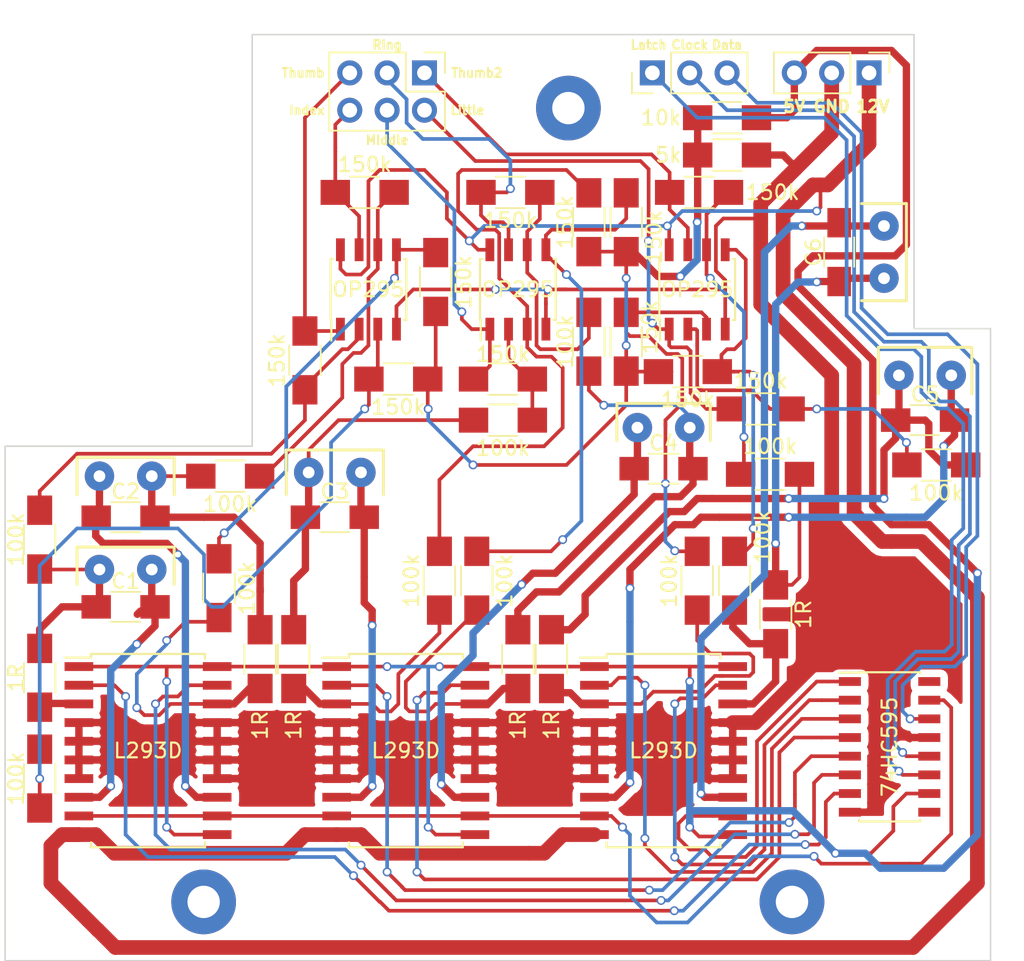
<source format=kicad_pcb>
(kicad_pcb (version 4) (host pcbnew 4.0.4+e1-6308~48~ubuntu14.04.1-stable)
  (layers (0 F.Cu signal) (31 B.Cu signal) (34 B.Paste user) (35 F.Paste user) (36 B.SilkS user) (37 F.SilkS user) (38 B.Mask user hide) (39 F.Mask user) (44 Edge.Cuts user))
  (net 0 "")
  (net 1 ThumbSen2)
  (net 2 "Net-(C1-Pad2)")
  (net 3 IndexSen2)
  (net 4 "Net-(C2-Pad2)")
  (net 5 MiddleSen2)
  (net 6 "Net-(C3-Pad2)")
  (net 7 RingSen2)
  (net 8 "Net-(C4-Pad2)")
  (net 9 LittleSen2)
  (net 10 "Net-(C5-Pad2)")
  (net 11 Thumb2Sen2)
  (net 12 "Net-(C6-Pad2)")
  (net 13 +5V)
  (net 14 Common)
  (net 15 Thumb1)
  (net 16 +12V)
  (net 17 ThumbSen1)
  (net 18 GND)
  (net 19 Middle)
  (net 20 MiddleSen1)
  (net 21 Little)
  (net 22 LittleSen1)
  (net 23 Thumb2_b)
  (net 24 Data)
  (net 25 Clock)
  (net 26 Latch)
  (net 27 IndexSen1)
  (net 28 RingSen1)
  (net 29 "Net-(R10-Pad1)")
  (net 30 "Net-(R11-Pad1)")
  (net 31 "Net-(R12-Pad2)")
  (net 32 "Net-(R13-Pad2)")
  (net 33 +2V5)
  (net 34 "Net-(R14-Pad2)")
  (net 35 "Net-(R15-Pad1)")
  (net 36 "Net-(R18-Pad2)")
  (net 37 "Net-(R19-Pad2)")
  (net 38 "Net-(R20-Pad1)")
  (net 39 "Net-(R21-Pad1)")
  (net 40 Thumb2Sen1)
  (net 41 "Net-(R27-Pad2)")
  (net 42 "Net-(R28-Pad1)")
  (net 43 Index)
  (net 44 Ring)
  (net 45 Thumb2_a)
  (net 46 "Net-(P13-Pad1)")
  (net 47 "Net-(P13-Pad2)")
  (net 48 "Net-(P13-Pad3)")
  (net 49 "Net-(P13-Pad4)")
  (net 50 "Net-(P13-Pad5)")
  (net 51 "Net-(P13-Pad6)")
  (module Pin_Headers:Pin_Header_Straight_1x03_Pitch2.54mm (layer F.Cu) (at 64.008 22.606 90)
    (fp_text reference P12 hide)
    (fp_text value CONN_01X03)
    (pad 1 thru_hole rect (at 0 0 90) (size 1.7 1.7) (drill 1) (layers *.Cu *.Mask) (net 26 Latch))
    (pad 2 thru_hole oval (at 0 2.54 90) (size 1.7 1.7) (drill 1) (layers *.Cu *.Mask) (net 25 Clock))
    (pad 3 thru_hole oval (at 0 5.08 90) (size 1.7 1.7) (drill 1) (layers *.Cu *.Mask) (net 24 Data))
  )
  (module Housings_SOIC:SOIC-16_3.9x9.9mm_Pitch1.27mm (layer F.Cu) (at 80.137 68.453)
    (fp_text reference 74HC595 (at 0 0 90) (layer F.SilkS))
    (fp_text value 74HC595)
    (pad 1 smd rect (at -2.7 -4.445) (size 1.5 0.6) (layers F.Cu F.Paste F.Mask) (net 23 Thumb2_b))
    (pad 2 smd rect (at -2.7 -3.175) (size 1.5 0.6) (layers F.Cu F.Paste F.Mask) (net 45 Thumb2_a))
    (pad 3 smd rect (at -2.7 -1.905) (size 1.5 0.6) (layers F.Cu F.Paste F.Mask) (net 21 Little))
    (pad 4 smd rect (at -2.7 -0.635) (size 1.5 0.6) (layers F.Cu F.Paste F.Mask) (net 44 Ring))
    (pad 5 smd rect (at -2.7 0.635) (size 1.5 0.6) (layers F.Cu F.Paste F.Mask) (net 19 Middle))
    (pad 6 smd rect (at -2.7 1.905) (size 1.5 0.6) (layers F.Cu F.Paste F.Mask) (net 43 Index))
    (pad 7 smd rect (at -2.7 3.175) (size 1.5 0.6) (layers F.Cu F.Paste F.Mask) (net 15 Thumb1))
    (pad 8 smd rect (at -2.7 4.445) (size 1.5 0.6) (layers F.Cu F.Paste F.Mask) (net 18 GND))
    (pad 9 smd rect (at 2.7 4.445) (size 1.5 0.6) (layers F.Cu F.Paste F.Mask))
    (pad 10 smd rect (at 2.7 3.175) (size 1.5 0.6) (layers F.Cu F.Paste F.Mask) (net 13 +5V))
    (pad 11 smd rect (at 2.7 1.905) (size 1.5 0.6) (layers F.Cu F.Paste F.Mask) (net 26 Latch))
    (pad 12 smd rect (at 2.7 0.635) (size 1.5 0.6) (layers F.Cu F.Paste F.Mask) (net 25 Clock))
    (pad 13 smd rect (at 2.7 -0.635) (size 1.5 0.6) (layers F.Cu F.Paste F.Mask) (net 18 GND))
    (pad 14 smd rect (at 2.7 -1.905) (size 1.5 0.6) (layers F.Cu F.Paste F.Mask) (net 24 Data))
    (pad 15 smd rect (at 2.7 -3.175) (size 1.5 0.6) (layers F.Cu F.Paste F.Mask) (net 14 Common))
    (pad 16 smd rect (at 2.7 -4.445) (size 1.5 0.6) (layers F.Cu F.Paste F.Mask))
  )
  (module Resistors_SMD:R_1206_HandSoldering (layer F.Cu) (at 22.352 63.754 270)
    (fp_text reference R1 hide)
    (fp_text value 1R (at 0 1.6 270) (layer F.SilkS))
    (pad 1 smd rect (at -2 0 270) (size 2 1.7) (layers F.Cu F.Paste F.Mask) (net 1 ThumbSen2))
    (pad 2 smd rect (at 2 0 270) (size 2 1.7) (layers F.Cu F.Paste F.Mask) (net 17 ThumbSen1))
  )
  (module Resistors_SMD:R_1206_HandSoldering (layer F.Cu) (at 37.338 62.484 270)
    (fp_text reference R2 hide)
    (fp_text value 1R (at 4.5 0 270) (layer F.SilkS))
    (pad 1 smd rect (at -2 0 270) (size 2 1.7) (layers F.Cu F.Paste F.Mask) (net 3 IndexSen2))
    (pad 2 smd rect (at 2 0 270) (size 2 1.7) (layers F.Cu F.Paste F.Mask) (net 27 IndexSen1))
  )
  (module Resistors_SMD:R_1206_HandSoldering (layer F.Cu) (at 39.624 62.484 270)
    (fp_text reference R3 hide)
    (fp_text value 1R (at 4.5 0 270) (layer F.SilkS))
    (pad 1 smd rect (at -2 0 270) (size 2 1.7) (layers F.Cu F.Paste F.Mask) (net 5 MiddleSen2))
    (pad 2 smd rect (at 2 0 270) (size 2 1.7) (layers F.Cu F.Paste F.Mask) (net 20 MiddleSen1))
  )
  (module Resistors_SMD:R_1206_HandSoldering (layer F.Cu) (at 54.864 62.484 270)
    (fp_text reference R4 hide)
    (fp_text value 1R (at 4.5 0 270) (layer F.SilkS))
    (pad 1 smd rect (at -2 0 270) (size 2 1.7) (layers F.Cu F.Paste F.Mask) (net 7 RingSen2))
    (pad 2 smd rect (at 2 0 270) (size 2 1.7) (layers F.Cu F.Paste F.Mask) (net 28 RingSen1))
  )
  (module Resistors_SMD:R_1206_HandSoldering (layer F.Cu) (at 57.15 62.484 270)
    (fp_text reference R5 hide)
    (fp_text value 1R (at 4.5 0 270) (layer F.SilkS))
    (pad 1 smd rect (at -2 0 270) (size 2 1.7) (layers F.Cu F.Paste F.Mask) (net 9 LittleSen2))
    (pad 2 smd rect (at 2 0 270) (size 2 1.7) (layers F.Cu F.Paste F.Mask) (net 22 LittleSen1))
  )
  (module Resistors_SMD:R_1206_HandSoldering (layer F.Cu) (at 69.088 28.194)
    (fp_text reference R31 hide)
    (fp_text value 5k (at -4 0) (layer F.SilkS))
    (pad 1 smd rect (at -2 0) (size 2 1.7) (layers F.Cu F.Paste F.Mask) (net 33 +2V5))
    (pad 2 smd rect (at 2 0) (size 2 1.7) (layers F.Cu F.Paste F.Mask) (net 18 GND))
  )
  (module Housings_SOIC:SOIC-20W_7.5x12.8mm_Pitch1.27mm (layer F.Cu) (at 29.718 68.707)
    (fp_text reference L293D (at 0 0) (layer F.SilkS))
    (fp_text value L293D)
    (pad 1 smd rect (at -4.7 -5.715) (size 1.95 0.6) (layers F.Cu F.Paste F.Mask) (net 13 +5V))
    (pad 2 smd rect (at -4.7 -4.445) (size 1.95 0.6) (layers F.Cu F.Paste F.Mask) (net 15 Thumb1))
    (pad 3 smd rect (at -4.7 -3.175) (size 1.95 0.6) (layers F.Cu F.Paste F.Mask) (net 17 ThumbSen1))
    (pad 4 smd rect (at -4.7 -1.905) (size 1.95 0.6) (layers F.Cu F.Paste F.Mask) (net 18 GND))
    (pad 5 smd rect (at -4.7 -0.635) (size 1.95 0.6) (layers F.Cu F.Paste F.Mask) (net 18 GND))
    (pad 6 smd rect (at -4.7 0.635) (size 1.95 0.6) (layers F.Cu F.Paste F.Mask) (net 18 GND))
    (pad 7 smd rect (at -4.7 1.905) (size 1.95 0.6) (layers F.Cu F.Paste F.Mask) (net 18 GND))
    (pad 8 smd rect (at -4.7 3.175) (size 1.95 0.6) (layers F.Cu F.Paste F.Mask) (net 2 "Net-(C1-Pad2)"))
    (pad 9 smd rect (at -4.7 4.445) (size 1.95 0.6) (layers F.Cu F.Paste F.Mask) (net 14 Common))
    (pad 10 smd rect (at -4.7 5.715) (size 1.95 0.6) (layers F.Cu F.Paste F.Mask) (net 16 +12V))
    (pad 11 smd rect (at 4.7 5.715) (size 1.95 0.6) (layers F.Cu F.Paste F.Mask) (net 13 +5V))
    (pad 12 smd rect (at 4.7 4.445) (size 1.95 0.6) (layers F.Cu F.Paste F.Mask) (net 14 Common))
    (pad 13 smd rect (at 4.7 3.175) (size 1.95 0.6) (layers F.Cu F.Paste F.Mask) (net 4 "Net-(C2-Pad2)"))
    (pad 14 smd rect (at 4.7 1.905) (size 1.95 0.6) (layers F.Cu F.Paste F.Mask) (net 18 GND))
    (pad 15 smd rect (at 4.7 0.635) (size 1.95 0.6) (layers F.Cu F.Paste F.Mask) (net 18 GND))
    (pad 16 smd rect (at 4.7 -0.635) (size 1.95 0.6) (layers F.Cu F.Paste F.Mask) (net 18 GND))
    (pad 17 smd rect (at 4.7 -1.905) (size 1.95 0.6) (layers F.Cu F.Paste F.Mask) (net 18 GND))
    (pad 18 smd rect (at 4.7 -3.175) (size 1.95 0.6) (layers F.Cu F.Paste F.Mask) (net 27 IndexSen1))
    (pad 19 smd rect (at 4.7 -4.445) (size 1.95 0.6) (layers F.Cu F.Paste F.Mask) (net 43 Index))
    (pad 20 smd rect (at 4.7 -5.715) (size 1.95 0.6) (layers F.Cu F.Paste F.Mask) (net 13 +5V))
  )
  (module Housings_SOIC:SOIC-20W_7.5x12.8mm_Pitch1.27mm (layer F.Cu) (at 47.244 68.707)
    (fp_text reference L293D (at 0 0) (layer F.SilkS))
    (fp_text value L293D)
    (pad 1 smd rect (at -4.7 -5.715) (size 1.95 0.6) (layers F.Cu F.Paste F.Mask) (net 13 +5V))
    (pad 2 smd rect (at -4.7 -4.445) (size 1.95 0.6) (layers F.Cu F.Paste F.Mask) (net 19 Middle))
    (pad 3 smd rect (at -4.7 -3.175) (size 1.95 0.6) (layers F.Cu F.Paste F.Mask) (net 20 MiddleSen1))
    (pad 4 smd rect (at -4.7 -1.905) (size 1.95 0.6) (layers F.Cu F.Paste F.Mask) (net 18 GND))
    (pad 5 smd rect (at -4.7 -0.635) (size 1.95 0.6) (layers F.Cu F.Paste F.Mask) (net 18 GND))
    (pad 6 smd rect (at -4.7 0.635) (size 1.95 0.6) (layers F.Cu F.Paste F.Mask) (net 18 GND))
    (pad 7 smd rect (at -4.7 1.905) (size 1.95 0.6) (layers F.Cu F.Paste F.Mask) (net 18 GND))
    (pad 8 smd rect (at -4.7 3.175) (size 1.95 0.6) (layers F.Cu F.Paste F.Mask) (net 6 "Net-(C3-Pad2)"))
    (pad 9 smd rect (at -4.7 4.445) (size 1.95 0.6) (layers F.Cu F.Paste F.Mask) (net 14 Common))
    (pad 10 smd rect (at -4.7 5.715) (size 1.95 0.6) (layers F.Cu F.Paste F.Mask) (net 16 +12V))
    (pad 11 smd rect (at 4.7 5.715) (size 1.95 0.6) (layers F.Cu F.Paste F.Mask) (net 13 +5V))
    (pad 12 smd rect (at 4.7 4.445) (size 1.95 0.6) (layers F.Cu F.Paste F.Mask) (net 14 Common))
    (pad 13 smd rect (at 4.7 3.175) (size 1.95 0.6) (layers F.Cu F.Paste F.Mask) (net 8 "Net-(C4-Pad2)"))
    (pad 14 smd rect (at 4.7 1.905) (size 1.95 0.6) (layers F.Cu F.Paste F.Mask) (net 18 GND))
    (pad 15 smd rect (at 4.7 0.635) (size 1.95 0.6) (layers F.Cu F.Paste F.Mask) (net 18 GND))
    (pad 16 smd rect (at 4.7 -0.635) (size 1.95 0.6) (layers F.Cu F.Paste F.Mask) (net 18 GND))
    (pad 17 smd rect (at 4.7 -1.905) (size 1.95 0.6) (layers F.Cu F.Paste F.Mask) (net 18 GND))
    (pad 18 smd rect (at 4.7 -3.175) (size 1.95 0.6) (layers F.Cu F.Paste F.Mask) (net 28 RingSen1))
    (pad 19 smd rect (at 4.7 -4.445) (size 1.95 0.6) (layers F.Cu F.Paste F.Mask) (net 44 Ring))
    (pad 20 smd rect (at 4.7 -5.715) (size 1.95 0.6) (layers F.Cu F.Paste F.Mask) (net 13 +5V))
  )
  (module Housings_SOIC:SOIC-20W_7.5x12.8mm_Pitch1.27mm (layer F.Cu) (at 64.77 68.707)
    (fp_text reference L293D (at 0 0) (layer F.SilkS))
    (fp_text value L293D)
    (pad 1 smd rect (at -4.7 -5.715) (size 1.95 0.6) (layers F.Cu F.Paste F.Mask) (net 13 +5V))
    (pad 2 smd rect (at -4.7 -4.445) (size 1.95 0.6) (layers F.Cu F.Paste F.Mask) (net 21 Little))
    (pad 3 smd rect (at -4.7 -3.175) (size 1.95 0.6) (layers F.Cu F.Paste F.Mask) (net 22 LittleSen1))
    (pad 4 smd rect (at -4.7 -1.905) (size 1.95 0.6) (layers F.Cu F.Paste F.Mask) (net 18 GND))
    (pad 5 smd rect (at -4.7 -0.635) (size 1.95 0.6) (layers F.Cu F.Paste F.Mask) (net 18 GND))
    (pad 6 smd rect (at -4.7 0.635) (size 1.95 0.6) (layers F.Cu F.Paste F.Mask) (net 18 GND))
    (pad 7 smd rect (at -4.7 1.905) (size 1.95 0.6) (layers F.Cu F.Paste F.Mask) (net 18 GND))
    (pad 8 smd rect (at -4.7 3.175) (size 1.95 0.6) (layers F.Cu F.Paste F.Mask) (net 10 "Net-(C5-Pad2)"))
    (pad 9 smd rect (at -4.7 4.445) (size 1.95 0.6) (layers F.Cu F.Paste F.Mask) (net 14 Common))
    (pad 10 smd rect (at -4.7 5.715) (size 1.95 0.6) (layers F.Cu F.Paste F.Mask) (net 16 +12V))
    (pad 11 smd rect (at 4.7 5.715) (size 1.95 0.6) (layers F.Cu F.Paste F.Mask) (net 13 +5V))
    (pad 12 smd rect (at 4.7 4.445) (size 1.95 0.6) (layers F.Cu F.Paste F.Mask) (net 23 Thumb2_b))
    (pad 13 smd rect (at 4.7 3.175) (size 1.95 0.6) (layers F.Cu F.Paste F.Mask) (net 12 "Net-(C6-Pad2)"))
    (pad 14 smd rect (at 4.7 1.905) (size 1.95 0.6) (layers F.Cu F.Paste F.Mask) (net 18 GND))
    (pad 15 smd rect (at 4.7 0.635) (size 1.95 0.6) (layers F.Cu F.Paste F.Mask) (net 18 GND))
    (pad 16 smd rect (at 4.7 -0.635) (size 1.95 0.6) (layers F.Cu F.Paste F.Mask) (net 18 GND))
    (pad 17 smd rect (at 4.7 -1.905) (size 1.95 0.6) (layers F.Cu F.Paste F.Mask) (net 18 GND))
    (pad 18 smd rect (at 4.7 -3.175) (size 1.95 0.6) (layers F.Cu F.Paste F.Mask) (net 40 Thumb2Sen1))
    (pad 19 smd rect (at 4.7 -4.445) (size 1.95 0.6) (layers F.Cu F.Paste F.Mask) (net 45 Thumb2_a))
    (pad 20 smd rect (at 4.7 -5.715) (size 1.95 0.6) (layers F.Cu F.Paste F.Mask) (net 13 +5V))
  )
  (module Pin_Headers:Pin_Header_Straight_1x03_Pitch2.54mm (layer F.Cu) (at 78.74 22.606 270)
    (fp_text reference P11 hide)
    (fp_text value CONN_01X03)
    (pad 1 thru_hole rect (at 0 0 270) (size 1.7 1.7) (drill 1) (layers *.Cu *.Mask) (net 16 +12V))
    (pad 2 thru_hole oval (at 0 2.54 270) (size 1.7 1.7) (drill 1) (layers *.Cu *.Mask) (net 18 GND))
    (pad 3 thru_hole oval (at 0 5.08 270) (size 1.7 1.7) (drill 1) (layers *.Cu *.Mask) (net 13 +5V))
  )
  (module Capacitors_SMD:C_1206_HandSoldering (layer F.Cu) (at 28.194 58.928)
    (fp_text reference C1 (at 0 -1.75) (layer F.SilkS))
    (fp_text value C)
    (pad 1 smd rect (at -2 0) (size 2 1.6) (layers F.Cu F.Paste F.Mask) (net 1 ThumbSen2))
    (pad 2 smd rect (at 2 0) (size 2 1.6) (layers F.Cu F.Paste F.Mask) (net 2 "Net-(C1-Pad2)"))
  )
  (module Capacitors_SMD:C_1206_HandSoldering (layer F.Cu) (at 28.194 52.832 180)
    (fp_text reference C2 (at 0 1.75 180) (layer F.SilkS))
    (fp_text value C)
    (pad 1 smd rect (at -2 0 180) (size 2 1.6) (layers F.Cu F.Paste F.Mask) (net 3 IndexSen2))
    (pad 2 smd rect (at 2 0 180) (size 2 1.6) (layers F.Cu F.Paste F.Mask) (net 4 "Net-(C2-Pad2)"))
  )
  (module Capacitors_SMD:C_1206_HandSoldering (layer F.Cu) (at 42.418 52.832)
    (fp_text reference C3 (at 0 -1.75) (layer F.SilkS))
    (fp_text value C)
    (pad 1 smd rect (at -2 0) (size 2 1.6) (layers F.Cu F.Paste F.Mask) (net 5 MiddleSen2))
    (pad 2 smd rect (at 2 0) (size 2 1.6) (layers F.Cu F.Paste F.Mask) (net 6 "Net-(C3-Pad2)"))
  )
  (module Capacitors_SMD:C_1206_HandSoldering (layer F.Cu) (at 64.77 49.53 180)
    (fp_text reference C4 (at 0 1.75 180) (layer F.SilkS))
    (fp_text value C)
    (pad 1 smd rect (at -2 0 180) (size 2 1.6) (layers F.Cu F.Paste F.Mask) (net 7 RingSen2))
    (pad 2 smd rect (at 2 0 180) (size 2 1.6) (layers F.Cu F.Paste F.Mask) (net 8 "Net-(C4-Pad2)"))
  )
  (module Capacitors_SMD:C_1206_HandSoldering (layer F.Cu) (at 82.55 46.228)
    (fp_text reference C5 (at 0 -1.75) (layer F.SilkS))
    (fp_text value C)
    (pad 1 smd rect (at -2 0) (size 2 1.6) (layers F.Cu F.Paste F.Mask) (net 9 LittleSen2))
    (pad 2 smd rect (at 2 0) (size 2 1.6) (layers F.Cu F.Paste F.Mask) (net 10 "Net-(C5-Pad2)"))
  )
  (module Capacitors_SMD:C_1206_HandSoldering (layer F.Cu) (at 76.708 34.798 90)
    (fp_text reference C6 (at 0 -1.75 90) (layer F.SilkS))
    (fp_text value C)
    (pad 1 smd rect (at -2 0 90) (size 2 1.6) (layers F.Cu F.Paste F.Mask) (net 11 Thumb2Sen2))
    (pad 2 smd rect (at 2 0 90) (size 2 1.6) (layers F.Cu F.Paste F.Mask) (net 12 "Net-(C6-Pad2)"))
  )
  (module Wire_Pads:SolderWirePad_single_0-8mmDrill (layer F.Cu) (at 29.972 50.038)
    (fp_text reference P1 hide)
    (fp_text value CONN_01X01)
    (pad 1 thru_hole circle (at 0 0) (size 1.99898 1.99898) (drill 0.8001) (layers *.Cu *.Mask) (net 3 IndexSen2))
  )
  (module Wire_Pads:SolderWirePad_single_0-8mmDrill (layer F.Cu) (at 40.64 49.784)
    (fp_text reference P2 hide)
    (fp_text value CONN_01X01)
    (pad 1 thru_hole circle (at 0 0) (size 1.99898 1.99898) (drill 0.8001) (layers *.Cu *.Mask) (net 5 MiddleSen2))
  )
  (module Wire_Pads:SolderWirePad_single_0-8mmDrill (layer F.Cu) (at 66.548 46.736)
    (fp_text reference P3 hide)
    (fp_text value CONN_01X01)
    (pad 1 thru_hole circle (at 0 0) (size 1.99898 1.99898) (drill 0.8001) (layers *.Cu *.Mask) (net 7 RingSen2))
  )
  (module Wire_Pads:SolderWirePad_single_0-8mmDrill (layer F.Cu) (at 80.772 43.18)
    (fp_text reference P4 hide)
    (fp_text value CONN_01X01)
    (pad 1 thru_hole circle (at 0 0) (size 1.99898 1.99898) (drill 0.8001) (layers *.Cu *.Mask) (net 9 LittleSen2))
  )
  (module Wire_Pads:SolderWirePad_single_0-8mmDrill (layer F.Cu) (at 26.416 56.388)
    (fp_text reference P5 hide)
    (fp_text value CONN_01X01)
    (pad 1 thru_hole circle (at 0 0) (size 1.99898 1.99898) (drill 0.8001) (layers *.Cu *.Mask) (net 1 ThumbSen2))
  )
  (module Wire_Pads:SolderWirePad_single_0-8mmDrill (layer F.Cu) (at 29.972 56.388)
    (fp_text reference wP6 hide)
    (fp_text value CONN_01X01)
    (pad 1 thru_hole circle (at 0 0) (size 1.99898 1.99898) (drill 0.8001) (layers *.Cu *.Mask) (net 2 "Net-(C1-Pad2)"))
  )
  (module Wire_Pads:SolderWirePad_single_0-8mmDrill (layer F.Cu) (at 26.416 50.038)
    (fp_text reference P7 hide)
    (fp_text value CONN_01X01)
    (pad 1 thru_hole circle (at 0 0) (size 1.99898 1.99898) (drill 0.8001) (layers *.Cu *.Mask) (net 4 "Net-(C2-Pad2)"))
  )
  (module Wire_Pads:SolderWirePad_single_0-8mmDrill (layer F.Cu) (at 44.196 49.784)
    (fp_text reference P8 hide)
    (fp_text value CONN_01X01)
    (pad 1 thru_hole circle (at 0 0) (size 1.99898 1.99898) (drill 0.8001) (layers *.Cu *.Mask) (net 6 "Net-(C3-Pad2)"))
  )
  (module Wire_Pads:SolderWirePad_single_0-8mmDrill (layer F.Cu) (at 62.992 46.736)
    (fp_text reference P9 hide)
    (fp_text value CONN_01X01)
    (pad 1 thru_hole circle (at 0 0) (size 1.99898 1.99898) (drill 0.8001) (layers *.Cu *.Mask) (net 8 "Net-(C4-Pad2)"))
  )
  (module Wire_Pads:SolderWirePad_single_0-8mmDrill (layer F.Cu) (at 84.328 43.18)
    (fp_text reference P10 hide)
    (fp_text value CONN_01X01)
    (pad 1 thru_hole circle (at 0 0) (size 1.99898 1.99898) (drill 0.8001) (layers *.Cu *.Mask) (net 10 "Net-(C5-Pad2)"))
  )
  (module Wire_Pads:SolderWirePad_single_0-8mmDrill (layer F.Cu) (at 79.756 36.576)
    (fp_text reference P18 hide)
    (fp_text value CONN_01X01)
    (pad 1 thru_hole circle (at 0 0) (size 1.99898 1.99898) (drill 0.8001) (layers *.Cu *.Mask) (net 11 Thumb2Sen2))
  )
  (module Wire_Pads:SolderWirePad_single_0-8mmDrill (layer F.Cu) (at 79.756 33.02)
    (fp_text reference P19 hide)
    (fp_text value CONN_01X01)
    (pad 1 thru_hole circle (at 0 0) (size 1.99898 1.99898) (drill 0.8001) (layers *.Cu *.Mask) (net 12 "Net-(C6-Pad2)"))
  )
  (module Resistors_SMD:R_1206_HandSoldering (layer F.Cu) (at 40.386 42.164 270)
    (fp_text reference R6 hide)
    (fp_text value 150k (at 0 1.9 270) (layer F.SilkS))
    (pad 1 smd rect (at -2 0 270) (size 2 1.7) (layers F.Cu F.Paste F.Mask) (net 50 "Net-(P13-Pad5)"))
    (pad 2 smd rect (at 2 0 270) (size 2 1.7) (layers F.Cu F.Paste F.Mask) (net 29 "Net-(R10-Pad1)"))
  )
  (module Resistors_SMD:R_1206_HandSoldering (layer F.Cu) (at 44.45 30.734)
    (fp_text reference R7 hide)
    (fp_text value 150k (at 0 -1.9) (layer F.SilkS))
    (pad 1 smd rect (at -2 0) (size 2 1.7) (layers F.Cu F.Paste F.Mask) (net 51 "Net-(P13-Pad6)"))
    (pad 2 smd rect (at 2 0) (size 2 1.7) (layers F.Cu F.Paste F.Mask) (net 30 "Net-(R11-Pad1)"))
  )
  (module Resistors_SMD:R_1206_HandSoldering (layer F.Cu) (at 22.352 70.612 90)
    (fp_text reference R8 hide)
    (fp_text value 100k (at 0 -1.6 90) (layer F.SilkS))
    (pad 1 smd rect (at -2 0 90) (size 2 1.7) (layers F.Cu F.Paste F.Mask) (net 31 "Net-(R12-Pad2)"))
    (pad 2 smd rect (at 2 0 90) (size 2 1.7) (layers F.Cu F.Paste F.Mask) (net 17 ThumbSen1))
  )
  (module Resistors_SMD:R_1206_HandSoldering (layer F.Cu) (at 34.544 57.658 270)
    (fp_text reference R9 hide)
    (fp_text value 100k (at 0 -1.9 270) (layer F.SilkS))
    (pad 1 smd rect (at -2 0 270) (size 2 1.7) (layers F.Cu F.Paste F.Mask) (net 32 "Net-(R13-Pad2)"))
    (pad 2 smd rect (at 2 0 270) (size 2 1.7) (layers F.Cu F.Paste F.Mask) (net 27 IndexSen1))
  )
  (module Resistors_SMD:R_1206_HandSoldering (layer F.Cu) (at 22.352 54.356 270)
    (fp_text reference R10 hide)
    (fp_text value 100k (at 0 1.6 270) (layer F.SilkS))
    (pad 1 smd rect (at -2 0 270) (size 2 1.7) (layers F.Cu F.Paste F.Mask) (net 29 "Net-(R10-Pad1)"))
    (pad 2 smd rect (at 2 0 270) (size 2 1.7) (layers F.Cu F.Paste F.Mask) (net 1 ThumbSen2))
  )
  (module Resistors_SMD:R_1206_HandSoldering (layer F.Cu) (at 35.306 50.038 180)
    (fp_text reference R11 hide)
    (fp_text value 100k (at 0 -1.9 180) (layer F.SilkS))
    (pad 1 smd rect (at -2 0 180) (size 2 1.7) (layers F.Cu F.Paste F.Mask) (net 30 "Net-(R11-Pad1)"))
    (pad 2 smd rect (at 2 0 180) (size 2 1.7) (layers F.Cu F.Paste F.Mask) (net 3 IndexSen2))
  )
  (module Resistors_SMD:R_1206_HandSoldering (layer F.Cu) (at 46.736 43.434 180)
    (fp_text reference R12 hide)
    (fp_text value 150k (at 0 -1.9 180) (layer F.SilkS))
    (pad 1 smd rect (at -2 0 180) (size 2 1.7) (layers F.Cu F.Paste F.Mask) (net 33 +2V5))
    (pad 2 smd rect (at 2 0 180) (size 2 1.7) (layers F.Cu F.Paste F.Mask) (net 31 "Net-(R12-Pad2)"))
  )
  (module Resistors_SMD:R_1206_HandSoldering (layer F.Cu) (at 49.276 36.83 90)
    (fp_text reference R13 hide)
    (fp_text value 150k (at 0 1.9 90) (layer F.SilkS))
    (pad 1 smd rect (at -2 0 90) (size 2 1.7) (layers F.Cu F.Paste F.Mask) (net 33 +2V5))
    (pad 2 smd rect (at 2 0 90) (size 2 1.7) (layers F.Cu F.Paste F.Mask) (net 32 "Net-(R13-Pad2)"))
  )
  (module Resistors_SMD:R_1206_HandSoldering (layer F.Cu) (at 53.848 43.434)
    (fp_text reference R14 hide)
    (fp_text value 150k (at 0 -1.7) (layer F.SilkS))
    (pad 1 smd rect (at -2 0) (size 2 1.7) (layers F.Cu F.Paste F.Mask) (net 49 "Net-(P13-Pad4)"))
    (pad 2 smd rect (at 2 0) (size 2 1.7) (layers F.Cu F.Paste F.Mask) (net 34 "Net-(R14-Pad2)"))
  )
  (module Resistors_SMD:R_1206_HandSoldering (layer F.Cu) (at 49.53 57.15 270)
    (fp_text reference R15 hide)
    (fp_text value 100k (at 0 1.9 270) (layer F.SilkS))
    (pad 1 smd rect (at -2 0 270) (size 2 1.7) (layers F.Cu F.Paste F.Mask) (net 35 "Net-(R15-Pad1)"))
    (pad 2 smd rect (at 2 0 270) (size 2 1.7) (layers F.Cu F.Paste F.Mask) (net 20 MiddleSen1))
  )
  (module Resistors_SMD:R_1206_HandSoldering (layer F.Cu) (at 53.848 46.228 180)
    (fp_text reference R16 hide)
    (fp_text value 100k (at 0 -1.9 180) (layer F.SilkS))
    (pad 1 smd rect (at -2 0 180) (size 2 1.7) (layers F.Cu F.Paste F.Mask) (net 34 "Net-(R14-Pad2)"))
    (pad 2 smd rect (at 2 0 180) (size 2 1.7) (layers F.Cu F.Paste F.Mask) (net 5 MiddleSen2))
  )
  (module Resistors_SMD:R_1206_HandSoldering (layer F.Cu) (at 59.69 32.766 90)
    (fp_text reference R17 hide)
    (fp_text value 150k (at 0 -1.6 90) (layer F.SilkS))
    (pad 1 smd rect (at -2 0 90) (size 2 1.7) (layers F.Cu F.Paste F.Mask) (net 33 +2V5))
    (pad 2 smd rect (at 2 0 90) (size 2 1.7) (layers F.Cu F.Paste F.Mask) (net 35 "Net-(R15-Pad1)"))
  )
  (module Resistors_SMD:R_1206_HandSoldering (layer F.Cu) (at 54.356 30.734)
    (fp_text reference R18 hide)
    (fp_text value 150k (at 0 1.9) (layer F.SilkS))
    (pad 1 smd rect (at -2 0) (size 2 1.7) (layers F.Cu F.Paste F.Mask) (net 48 "Net-(P13-Pad3)"))
    (pad 2 smd rect (at 2 0) (size 2 1.7) (layers F.Cu F.Paste F.Mask) (net 36 "Net-(R18-Pad2)"))
  )
  (module Resistors_SMD:R_1206_HandSoldering (layer F.Cu) (at 71.374 45.466)
    (fp_text reference R19 hide)
    (fp_text value 150k (at 0 -1.9) (layer F.SilkS))
    (pad 1 smd rect (at -2 0) (size 2 1.7) (layers F.Cu F.Paste F.Mask) (net 47 "Net-(P13-Pad2)"))
    (pad 2 smd rect (at 2 0) (size 2 1.7) (layers F.Cu F.Paste F.Mask) (net 37 "Net-(R19-Pad2)"))
  )
  (module Resistors_SMD:R_1206_HandSoldering (layer F.Cu) (at 52.07 57.15 270)
    (fp_text reference R20 hide)
    (fp_text value 100k (at 0 -1.9 270) (layer F.SilkS))
    (pad 1 smd rect (at -2 0 270) (size 2 1.7) (layers F.Cu F.Paste F.Mask) (net 38 "Net-(R20-Pad1)"))
    (pad 2 smd rect (at 2 0 270) (size 2 1.7) (layers F.Cu F.Paste F.Mask) (net 28 RingSen1))
  )
  (module Resistors_SMD:R_1206_HandSoldering (layer F.Cu) (at 67.056 57.15 270)
    (fp_text reference R21 hide)
    (fp_text value 100k (at 0 1.9 270) (layer F.SilkS))
    (pad 1 smd rect (at -2 0 270) (size 2 1.7) (layers F.Cu F.Paste F.Mask) (net 39 "Net-(R21-Pad1)"))
    (pad 2 smd rect (at 2 0 270) (size 2 1.7) (layers F.Cu F.Paste F.Mask) (net 22 LittleSen1))
  )
  (module Resistors_SMD:R_1206_HandSoldering (layer F.Cu) (at 59.69 40.894 270)
    (fp_text reference R22 hide)
    (fp_text value 100k (at 0 1.6 270) (layer F.SilkS))
    (pad 1 smd rect (at -2 0 270) (size 2 1.7) (layers F.Cu F.Paste F.Mask) (net 36 "Net-(R18-Pad2)"))
    (pad 2 smd rect (at 2 0 270) (size 2 1.7) (layers F.Cu F.Paste F.Mask) (net 7 RingSen2))
  )
  (module Resistors_SMD:R_1206_HandSoldering (layer F.Cu) (at 83.312 49.276)
    (fp_text reference R23 hide)
    (fp_text value 100k (at 0 1.9) (layer F.SilkS))
    (pad 1 smd rect (at -2 0) (size 2 1.7) (layers F.Cu F.Paste F.Mask) (net 37 "Net-(R19-Pad2)"))
    (pad 2 smd rect (at 2 0) (size 2 1.7) (layers F.Cu F.Paste F.Mask) (net 9 LittleSen2))
  )
  (module Resistors_SMD:R_1206_HandSoldering (layer F.Cu) (at 62.23 32.766 90)
    (fp_text reference R24 hide)
    (fp_text value 150k (at -1 1.9 90) (layer F.SilkS))
    (pad 1 smd rect (at -2 0 90) (size 2 1.7) (layers F.Cu F.Paste F.Mask) (net 33 +2V5))
    (pad 2 smd rect (at 2 0 90) (size 2 1.7) (layers F.Cu F.Paste F.Mask) (net 38 "Net-(R20-Pad1)"))
  )
  (module Resistors_SMD:R_1206_HandSoldering (layer F.Cu) (at 62.23 40.894 90)
    (fp_text reference R25 hide)
    (fp_text value 150k (at 1 1.6 90) (layer F.SilkS))
    (pad 1 smd rect (at -2 0 90) (size 2 1.7) (layers F.Cu F.Paste F.Mask) (net 33 +2V5))
    (pad 2 smd rect (at 2 0 90) (size 2 1.7) (layers F.Cu F.Paste F.Mask) (net 39 "Net-(R21-Pad1)"))
  )
  (module Resistors_SMD:R_1206_HandSoldering (layer F.Cu) (at 72.39 59.436 270)
    (fp_text reference R26 hide)
    (fp_text value 1R (at 0 -1.9 270) (layer F.SilkS))
    (pad 1 smd rect (at -2 0 270) (size 2 1.7) (layers F.Cu F.Paste F.Mask) (net 11 Thumb2Sen2))
    (pad 2 smd rect (at 2 0 270) (size 2 1.7) (layers F.Cu F.Paste F.Mask) (net 40 Thumb2Sen1))
  )
  (module Resistors_SMD:R_1206_HandSoldering (layer F.Cu) (at 67.183 30.734)
    (fp_text reference R27 hide)
    (fp_text value 150k (at 5 0) (layer F.SilkS))
    (pad 1 smd rect (at -2 0) (size 2 1.7) (layers F.Cu F.Paste F.Mask) (net 46 "Net-(P13-Pad1)"))
    (pad 2 smd rect (at 2 0) (size 2 1.7) (layers F.Cu F.Paste F.Mask) (net 41 "Net-(R27-Pad2)"))
  )
  (module Resistors_SMD:R_1206_HandSoldering (layer F.Cu) (at 69.596 57.15 270)
    (fp_text reference R28 hide)
    (fp_text value 100k (at -3 -1.9 270) (layer F.SilkS))
    (pad 1 smd rect (at -2 0 270) (size 2 1.7) (layers F.Cu F.Paste F.Mask) (net 42 "Net-(R28-Pad1)"))
    (pad 2 smd rect (at 2 0 270) (size 2 1.7) (layers F.Cu F.Paste F.Mask) (net 40 Thumb2Sen1))
  )
  (module Resistors_SMD:R_1206_HandSoldering (layer F.Cu) (at 72.009 49.911)
    (fp_text reference R29 hide)
    (fp_text value 100k (at 0 -1.9) (layer F.SilkS))
    (pad 1 smd rect (at -2 0) (size 2 1.7) (layers F.Cu F.Paste F.Mask) (net 41 "Net-(R27-Pad2)"))
    (pad 2 smd rect (at 2 0) (size 2 1.7) (layers F.Cu F.Paste F.Mask) (net 11 Thumb2Sen2))
  )
  (module Resistors_SMD:R_1206_HandSoldering (layer F.Cu) (at 66.421 42.926)
    (fp_text reference R30 hide)
    (fp_text value 150k (at 0 1.9) (layer F.SilkS))
    (pad 1 smd rect (at -2 0) (size 2 1.7) (layers F.Cu F.Paste F.Mask) (net 33 +2V5))
    (pad 2 smd rect (at 2 0) (size 2 1.7) (layers F.Cu F.Paste F.Mask) (net 42 "Net-(R28-Pad1)"))
  )
  (module Resistors_SMD:R_1206_HandSoldering (layer F.Cu) (at 69.088 25.654 180)
    (fp_text reference R32 hide)
    (fp_text value 10k (at 4.5 0 180) (layer F.SilkS))
    (pad 1 smd rect (at -2 0 180) (size 2 1.7) (layers F.Cu F.Paste F.Mask) (net 13 +5V))
    (pad 2 smd rect (at 2 0 180) (size 2 1.7) (layers F.Cu F.Paste F.Mask) (net 33 +2V5))
  )
  (module Housings_SOIC:SOIC-8_3.9x4.9mm_Pitch1.27mm (layer F.Cu) (at 44.704 37.338 90)
    (fp_text reference OP295 (at 0 0 180) (layer F.SilkS))
    (fp_text value TL072)
    (pad 1 smd rect (at -2.7 -1.905 90) (size 1.55 0.6) (layers F.Cu F.Paste F.Mask) (net 50 "Net-(P13-Pad5)"))
    (pad 2 smd rect (at -2.7 -0.635 90) (size 1.55 0.6) (layers F.Cu F.Paste F.Mask) (net 29 "Net-(R10-Pad1)"))
    (pad 3 smd rect (at -2.7 0.635 90) (size 1.55 0.6) (layers F.Cu F.Paste F.Mask) (net 31 "Net-(R12-Pad2)"))
    (pad 4 smd rect (at -2.7 1.905 90) (size 1.55 0.6) (layers F.Cu F.Paste F.Mask) (net 18 GND))
    (pad 5 smd rect (at 2.7 1.905 90) (size 1.55 0.6) (layers F.Cu F.Paste F.Mask) (net 32 "Net-(R13-Pad2)"))
    (pad 6 smd rect (at 2.7 0.635 90) (size 1.55 0.6) (layers F.Cu F.Paste F.Mask) (net 30 "Net-(R11-Pad1)"))
    (pad 7 smd rect (at 2.7 -0.635 90) (size 1.55 0.6) (layers F.Cu F.Paste F.Mask) (net 51 "Net-(P13-Pad6)"))
    (pad 8 smd rect (at 2.7 -1.905 90) (size 1.55 0.6) (layers F.Cu F.Paste F.Mask) (net 16 +12V))
  )
  (module Housings_SOIC:SOIC-8_3.9x4.9mm_Pitch1.27mm (layer F.Cu) (at 54.864 37.338 90)
    (fp_text reference OP295 (at 0 0 180) (layer F.SilkS))
    (fp_text value TL072)
    (pad 1 smd rect (at -2.7 -1.905 90) (size 1.55 0.6) (layers F.Cu F.Paste F.Mask) (net 49 "Net-(P13-Pad4)"))
    (pad 2 smd rect (at -2.7 -0.635 90) (size 1.55 0.6) (layers F.Cu F.Paste F.Mask) (net 34 "Net-(R14-Pad2)"))
    (pad 3 smd rect (at -2.7 0.635 90) (size 1.55 0.6) (layers F.Cu F.Paste F.Mask) (net 35 "Net-(R15-Pad1)"))
    (pad 4 smd rect (at -2.7 1.905 90) (size 1.55 0.6) (layers F.Cu F.Paste F.Mask) (net 18 GND))
    (pad 5 smd rect (at 2.7 1.905 90) (size 1.55 0.6) (layers F.Cu F.Paste F.Mask) (net 38 "Net-(R20-Pad1)"))
    (pad 6 smd rect (at 2.7 0.635 90) (size 1.55 0.6) (layers F.Cu F.Paste F.Mask) (net 36 "Net-(R18-Pad2)"))
    (pad 7 smd rect (at 2.7 -0.635 90) (size 1.55 0.6) (layers F.Cu F.Paste F.Mask) (net 48 "Net-(P13-Pad3)"))
    (pad 8 smd rect (at 2.7 -1.905 90) (size 1.55 0.6) (layers F.Cu F.Paste F.Mask) (net 16 +12V))
  )
  (module Housings_SOIC:SOIC-8_3.9x4.9mm_Pitch1.27mm (layer F.Cu) (at 67.056 37.338 90)
    (fp_text reference OP295 (at 0 0 180) (layer F.SilkS))
    (fp_text value TL072)
    (pad 1 smd rect (at -2.7 -1.905 90) (size 1.55 0.6) (layers F.Cu F.Paste F.Mask) (net 47 "Net-(P13-Pad2)"))
    (pad 2 smd rect (at -2.7 -0.635 90) (size 1.55 0.6) (layers F.Cu F.Paste F.Mask) (net 37 "Net-(R19-Pad2)"))
    (pad 3 smd rect (at -2.7 0.635 90) (size 1.55 0.6) (layers F.Cu F.Paste F.Mask) (net 39 "Net-(R21-Pad1)"))
    (pad 4 smd rect (at -2.7 1.905 90) (size 1.55 0.6) (layers F.Cu F.Paste F.Mask) (net 18 GND))
    (pad 5 smd rect (at 2.7 1.905 90) (size 1.55 0.6) (layers F.Cu F.Paste F.Mask) (net 42 "Net-(R28-Pad1)"))
    (pad 6 smd rect (at 2.7 0.635 90) (size 1.55 0.6) (layers F.Cu F.Paste F.Mask) (net 41 "Net-(R27-Pad2)"))
    (pad 7 smd rect (at 2.7 -0.635 90) (size 1.55 0.6) (layers F.Cu F.Paste F.Mask) (net 46 "Net-(P13-Pad1)"))
    (pad 8 smd rect (at 2.7 -1.905 90) (size 1.55 0.6) (layers F.Cu F.Paste F.Mask) (net 16 +12V))
  )
  (module Pin_Headers:Pin_Header_Straight_2x03_Pitch2.54mm (layer F.Cu) (at 48.514 22.606 270)
    (fp_text reference P13 hide)
    (fp_text value CONN_01X06)
    (pad 1 thru_hole rect (at 0 0 270) (size 1.7 1.7) (drill 1) (layers *.Cu *.Mask) (net 46 "Net-(P13-Pad1)"))
    (pad 2 thru_hole oval (at 2.54 0 270) (size 1.7 1.7) (drill 1) (layers *.Cu *.Mask) (net 47 "Net-(P13-Pad2)"))
    (pad 3 thru_hole oval (at 0 2.54 270) (size 1.7 1.7) (drill 1) (layers *.Cu *.Mask) (net 48 "Net-(P13-Pad3)"))
    (pad 4 thru_hole oval (at 2.54 2.54 270) (size 1.7 1.7) (drill 1) (layers *.Cu *.Mask) (net 49 "Net-(P13-Pad4)"))
    (pad 5 thru_hole oval (at 0 5.08 270) (size 1.7 1.7) (drill 1) (layers *.Cu *.Mask) (net 50 "Net-(P13-Pad5)"))
    (pad 6 thru_hole oval (at 2.54 5.08 270) (size 1.7 1.7) (drill 1) (layers *.Cu *.Mask) (net 51 "Net-(P13-Pad6)"))
  )
  (module Mounting_Holes:MountingHole_2.2mm_M2_Pad (layer F.Cu) (at 58.3 25)
    (fp_text reference REF** hide)
    (fp_text value MountingHole_2.2mm_M2_Pad)
    (pad 1 thru_hole circle (at 0 0) (size 4.4 4.4) (drill 2.2) (layers *.Cu *.Mask))
  )
  (module Mounting_Holes:MountingHole_2.2mm_M2_Pad (layer F.Cu) (at 33.5 79)
    (fp_text reference REF** hide)
    (fp_text value MountingHole_2.2mm_M2_Pad)
    (pad 1 thru_hole circle (at 0 0) (size 4.4 4.4) (drill 2.2) (layers *.Cu *.Mask))
  )
  (module Mounting_Holes:MountingHole_2.2mm_M2_Pad (layer F.Cu) (at 73.5 79)
    (fp_text reference REF** hide)
    (fp_text value MountingHole_2.2mm_M2_Pad)
    (pad 1 thru_hole circle (at 0 0) (size 4.4 4.4) (drill 2.2) (layers *.Cu *.Mask))
  )
  (gr_text Index (at 40.513 25.146) (layer F.SilkS) (effects (font (size 0.6 0.6))))
  (gr_text Thumb (at 40.259 22.606) (layer F.SilkS) (effects (font (size 0.6 0.6))))
  (gr_text MIddle (at 45.974 27.178) (layer F.SilkS) (effects (font (size 0.6 0.6))))
  (gr_text Ring (at 45.974 20.701) (layer F.SilkS) (effects (font (size 0.6 0.6))))
  (gr_text Little (at 51.435 25.146) (layer F.SilkS) (effects (font (size 0.6 0.6))))
  (gr_text Thumb2 (at 52.07 22.606) (layer F.SilkS) (effects (font (size 0.6 0.6))))
  (gr_text Data (at 69.088 20.701) (layer F.SilkS) (effects (font (size 0.6 0.6))))
  (gr_text Clock (at 66.548 20.701) (layer F.SilkS) (effects (font (size 0.6 0.6))))
  (gr_text Latch (at 63.754 20.701) (layer F.SilkS) (effects (font (size 0.6 0.6))))
  (gr_text 12V (at 78.994 24.892) (layer F.SilkS) (effects (font (size 0.8 0.8) (thickness 0.2))))
  (gr_text GND (at 76.2 24.892) (layer F.SilkS) (effects (font (size 0.8 0.8) (thickness 0.2))))
  (gr_text 5V (at 73.66 24.892) (layer F.SilkS) (effects (font (size 0.8 0.8) (thickness 0.2))))
  (gr_line (start 24.892 54.864) (end 24.892 57.404) (angle 90) (layer F.SilkS) (width 0.2))
  (gr_line (start 31.496 54.864) (end 31.496 57.404) (angle 90) (layer F.SilkS) (width 0.2))
  (gr_line (start 24.892 54.864) (end 31.496 54.864) (angle 90) (layer F.SilkS) (width 0.2))
  (gr_line (start 45.72 51.308) (end 45.72 48.26) (angle 90) (layer F.SilkS) (width 0.2))
  (gr_line (start 39.116 48.26) (end 39.116 51.308) (angle 90) (layer F.SilkS) (width 0.2))
  (gr_line (start 39.37 48.26) (end 39.116 48.26) (angle 90) (layer F.SilkS) (width 0.2))
  (gr_line (start 81.28 38.1) (end 78.232 38.1) (angle 90) (layer F.SilkS) (width 0.2))
  (gr_line (start 81.28 31.496) (end 81.28 38.1) (angle 90) (layer F.SilkS) (width 0.2))
  (gr_line (start 78.232 31.496) (end 81.28 31.496) (angle 90) (layer F.SilkS) (width 0.2))
  (gr_line (start 31.496 48.768) (end 31.496 51.308) (angle 90) (layer F.SilkS) (width 0.2))
  (gr_line (start 24.892 48.768) (end 31.496 48.768) (angle 90) (layer F.SilkS) (width 0.2))
  (gr_line (start 24.892 51.308) (end 24.892 48.768) (angle 90) (layer F.SilkS) (width 0.2))
  (gr_line (start 79.375 41.275) (end 79.375 44.45) (angle 90) (layer F.SilkS) (width 0.2))
  (gr_line (start 67.945 45.085) (end 67.945 47.625) (angle 90) (layer F.SilkS) (width 0.2))
  (gr_line (start 61.595 45.085) (end 61.595 47.625) (angle 90) (layer F.SilkS) (width 0.2))
  (gr_line (start 39.37 48.26) (end 45.72 48.26) (angle 90) (layer F.SilkS) (width 0.2))
  (gr_line (start 61.595 45.085) (end 67.945 45.085) (angle 90) (layer F.SilkS) (width 0.2))
  (gr_line (start 85.725 41.275) (end 85.725 44.45) (angle 90) (layer F.SilkS) (width 0.2))
  (gr_line (start 79.375 41.275) (end 85.725 41.275) (angle 90) (layer F.SilkS) (width 0.2))
  (gr_line (start 87 83) (end 20 83) (angle 90) (layer Edge.Cuts) (width 0.1))
  (gr_line (start 36.8 48) (end 36.8 20) (angle 90) (layer Edge.Cuts) (width 0.1))
  (gr_line (start 20 48) (end 36.8 48) (angle 90) (layer Edge.Cuts) (width 0.1))
  (gr_line (start 20 83) (end 20 48) (angle 90) (layer Edge.Cuts) (width 0.1))
  (gr_line (start 87 40) (end 87 83) (angle 90) (layer Edge.Cuts) (width 0.1))
  (gr_line (start 81.8 40) (end 87 40) (angle 90) (layer Edge.Cuts) (width 0.1))
  (gr_line (start 81.8 20) (end 81.8 40) (angle 90) (layer Edge.Cuts) (width 0.1))
  (gr_line (start 36.8 20) (end 81.8 20) (angle 90) (layer Edge.Cuts) (width 0.1))
  (segment (start 26.416 56.388) (end 22.384 56.388) (width 0.25) (layer F.Cu) (net 1))
  (segment (start 22.384 56.388) (end 22.352 56.356) (width 0.25) (layer F.Cu) (net 1))
  (segment (start 22.352 61.754) (end 22.352 60.452) (width 0.5) (layer F.Cu) (net 1))
  (segment (start 23.876 58.928) (end 26.194 58.928) (width 0.5) (layer F.Cu) (net 1))
  (segment (start 22.352 60.452) (end 23.876 58.928) (width 0.5) (layer F.Cu) (net 1))
  (segment (start 26.67 59.404) (end 26.416 59.15) (width 0.5) (layer F.Cu) (net 1))
  (segment (start 26.416 59.15) (end 26.416 56.388) (width 0.5) (layer F.Cu) (net 1))
  (segment (start 26.194 56.61) (end 26.416 56.388) (width 0.5) (layer F.Cu) (net 1))
  (segment (start 27.178 63.5) (end 27.178 63.246) (width 0.5) (layer B.Cu) (net 2))
  (segment (start 30.194 60.23) (end 30.194 58.928) (width 0.5) (layer F.Cu) (net 2))
  (segment (start 28.956 61.468) (end 30.194 60.23) (width 0.5) (layer F.Cu) (net 2))
  (via (at 28.956 61.468) (size 0.6) (drill 0.4) (layers F.Cu B.Cu) (net 2))
  (segment (start 27.178 63.246) (end 28.956 61.468) (width 0.5) (layer B.Cu) (net 2))
  (segment (start 29.972 56.388) (end 29.972 58.706) (width 0.5) (layer F.Cu) (net 2))
  (segment (start 29.972 58.706) (end 30.194 58.928) (width 0.5) (layer F.Cu) (net 2))
  (segment (start 29.21 59.214) (end 28.988 59.436) (width 0.5) (layer F.Cu) (net 2))
  (segment (start 26.924 71.374) (end 27.178 71.12) (width 0.5) (layer F.Cu) (net 2))
  (segment (start 26.416 71.882) (end 26.924 71.374) (width 0.5) (layer F.Cu) (net 2))
  (segment (start 27.178 71.12) (end 27.178 63.5) (width 0.5) (layer B.Cu) (net 2))
  (segment (start 27.178 63.5) (end 27.178 63.754) (width 0.5) (layer B.Cu) (net 2))
  (segment (start 26.416 71.882) (end 25.018 71.882) (width 0.5) (layer F.Cu) (net 2))
  (via (at 27.178 71.12) (size 0.6) (drill 0.4) (layers F.Cu B.Cu) (net 2))
  (segment (start 30.194 56.61) (end 29.972 56.388) (width 0.5) (layer F.Cu) (net 2))
  (segment (start 29.972 50.038) (end 33.306 50.038) (width 0.25) (layer F.Cu) (net 3))
  (segment (start 37.338 56.134) (end 37.338 56.642) (width 0.5) (layer F.Cu) (net 3))
  (segment (start 37.338 56.642) (end 37.338 57.912) (width 0.5) (layer F.Cu) (net 3))
  (segment (start 33.528 52.832) (end 35.56 52.832) (width 0.5) (layer F.Cu) (net 3))
  (segment (start 30.194 52.832) (end 33.528 52.832) (width 0.5) (layer F.Cu) (net 3))
  (segment (start 37.338 54.61) (end 37.338 56.134) (width 0.5) (layer F.Cu) (net 3))
  (segment (start 37.338 56.134) (end 37.338 56.388) (width 0.5) (layer F.Cu) (net 3))
  (segment (start 35.56 52.832) (end 37.338 54.61) (width 0.5) (layer F.Cu) (net 3))
  (segment (start 37.338 57.658) (end 37.338 57.912) (width 0.5) (layer F.Cu) (net 3))
  (segment (start 37.338 57.912) (end 37.338 60.484) (width 0.5) (layer F.Cu) (net 3))
  (segment (start 29.972 52.61) (end 30.194 52.832) (width 0.5) (layer F.Cu) (net 3))
  (segment (start 29.972 49.784) (end 29.972 52.61) (width 0.5) (layer F.Cu) (net 3))
  (segment (start 27.94 54.61) (end 30.988 54.61) (width 0.5) (layer F.Cu) (net 4))
  (segment (start 33.02 71.882) (end 34.418 71.882) (width 0.5) (layer F.Cu) (net 4))
  (via (at 32.258 71.12) (size 0.6) (drill 0.4) (layers F.Cu B.Cu) (net 4))
  (segment (start 32.258 71.12) (end 32.258 57.912) (width 0.5) (layer B.Cu) (net 4))
  (segment (start 33.02 71.882) (end 32.258 71.12) (width 0.5) (layer F.Cu) (net 4))
  (segment (start 32.258 55.88) (end 32.258 57.912) (width 0.5) (layer B.Cu) (net 4))
  (segment (start 31.75 55.372) (end 32.258 55.88) (width 0.5) (layer B.Cu) (net 4))
  (via (at 31.75 55.372) (size 0.6) (drill 0.4) (layers F.Cu B.Cu) (net 4))
  (segment (start 30.988 54.61) (end 31.75 55.372) (width 0.5) (layer F.Cu) (net 4))
  (segment (start 28.194 54.61) (end 27.94 54.61) (width 0.5) (layer F.Cu) (net 4))
  (segment (start 27.94 54.61) (end 26.67 54.61) (width 0.5) (layer F.Cu) (net 4))
  (segment (start 26.67 54.61) (end 26.162 54.102) (width 0.5) (layer F.Cu) (net 4))
  (segment (start 26.162 52.864) (end 26.162 54.102) (width 0.5) (layer F.Cu) (net 4))
  (segment (start 26.162 52.864) (end 26.194 52.832) (width 0.5) (layer F.Cu) (net 4))
  (segment (start 26.416 49.784) (end 26.416 52.61) (width 0.5) (layer F.Cu) (net 4))
  (segment (start 26.416 52.61) (end 26.194 52.832) (width 0.5) (layer F.Cu) (net 4))
  (segment (start 51.848 46.228) (end 42.672 46.228) (width 0.25) (layer F.Cu) (net 5))
  (segment (start 42.672 46.228) (end 40.64 48.26) (width 0.25) (layer F.Cu) (net 5))
  (segment (start 40.64 49.784) (end 40.64 48.26) (width 0.25) (layer F.Cu) (net 5))
  (segment (start 39.624 58.42) (end 39.624 57.15) (width 0.5) (layer F.Cu) (net 5))
  (segment (start 39.624 60.484) (end 39.624 58.42) (width 0.5) (layer F.Cu) (net 5))
  (segment (start 40.418 56.356) (end 40.418 52.832) (width 0.5) (layer F.Cu) (net 5))
  (segment (start 39.624 57.15) (end 40.418 56.356) (width 0.5) (layer F.Cu) (net 5))
  (segment (start 40.64 49.784) (end 40.64 52.61) (width 0.5) (layer F.Cu) (net 5))
  (segment (start 40.64 52.61) (end 40.418 52.832) (width 0.5) (layer F.Cu) (net 5))
  (segment (start 44.196 71.882) (end 44.958 71.12) (width 0.5) (layer F.Cu) (net 6))
  (segment (start 42.544 71.882) (end 44.196 71.882) (width 0.5) (layer F.Cu) (net 6))
  (segment (start 44.418 58.642) (end 44.958 59.182) (width 0.5) (layer F.Cu) (net 6))
  (segment (start 44.958 59.182) (end 44.958 60.198) (width 0.5) (layer F.Cu) (net 6))
  (via (at 44.958 60.198) (size 0.6) (drill 0.4) (layers F.Cu B.Cu) (net 6))
  (segment (start 44.418 56.864) (end 44.418 52.832) (width 0.5) (layer F.Cu) (net 6))
  (segment (start 44.418 56.864) (end 44.418 58.642) (width 0.5) (layer F.Cu) (net 6))
  (segment (start 44.958 71.12) (end 44.958 60.198) (width 0.5) (layer B.Cu) (net 6))
  (via (at 44.958 71.12) (size 0.6) (drill 0.4) (layers F.Cu B.Cu) (net 6))
  (segment (start 44.196 49.784) (end 44.196 52.61) (width 0.5) (layer F.Cu) (net 6))
  (segment (start 44.196 52.61) (end 44.418 52.832) (width 0.5) (layer F.Cu) (net 6))
  (segment (start 66.548 46.736) (end 66.548 45.974) (width 0.25) (layer B.Cu) (net 7))
  (segment (start 66.548 45.974) (end 65.786 45.212) (width 0.25) (layer B.Cu) (net 7))
  (segment (start 59.69 44.196) (end 59.69 42.894) (width 0.25) (layer F.Cu) (net 7))
  (segment (start 60.706 45.212) (end 59.69 44.196) (width 0.25) (layer F.Cu) (net 7))
  (via (at 60.706 45.212) (size 0.6) (drill 0.4) (layers F.Cu B.Cu) (net 7))
  (segment (start 65.786 45.212) (end 60.706 45.212) (width 0.25) (layer B.Cu) (net 7))
  (segment (start 61.976 53.594) (end 64.135 51.435) (width 0.5) (layer F.Cu) (net 7))
  (segment (start 61.976 53.594) (end 57.658 57.912) (width 0.5) (layer F.Cu) (net 7))
  (segment (start 57.658 57.912) (end 56.134 57.912) (width 0.5) (layer F.Cu) (net 7))
  (segment (start 56.134 57.912) (end 54.864 59.182) (width 0.5) (layer F.Cu) (net 7))
  (segment (start 54.864 60.484) (end 54.864 59.182) (width 0.5) (layer F.Cu) (net 7))
  (segment (start 65.913 51.435) (end 66.77 50.578) (width 0.5) (layer F.Cu) (net 7))
  (segment (start 64.135 51.435) (end 65.913 51.435) (width 0.5) (layer F.Cu) (net 7))
  (segment (start 66.77 49.53) (end 66.77 50.578) (width 0.5) (layer F.Cu) (net 7))
  (segment (start 66.548 46.736) (end 66.548 49.308) (width 0.5) (layer F.Cu) (net 7))
  (segment (start 66.548 49.308) (end 66.77 49.53) (width 0.5) (layer F.Cu) (net 7))
  (segment (start 49.657 70.485) (end 49.657 64.389) (width 0.5) (layer B.Cu) (net 8))
  (via (at 49.657 70.993) (size 0.6) (drill 0.4) (layers F.Cu B.Cu) (net 8))
  (segment (start 49.657 70.993) (end 50.546 71.882) (width 0.5) (layer F.Cu) (net 8))
  (segment (start 51.944 71.882) (end 50.546 71.882) (width 0.5) (layer F.Cu) (net 8))
  (segment (start 54.356 58.166) (end 52.07 60.452) (width 0.5) (layer B.Cu) (net 8))
  (segment (start 57.404 56.642) (end 55.88 56.642) (width 0.5) (layer F.Cu) (net 8))
  (segment (start 55.88 56.642) (end 55.118 57.404) (width 0.5) (layer F.Cu) (net 8))
  (via (at 55.118 57.404) (size 0.6) (drill 0.4) (layers F.Cu B.Cu) (net 8))
  (segment (start 55.118 57.404) (end 54.356 58.166) (width 0.5) (layer B.Cu) (net 8))
  (segment (start 61.468 52.578) (end 62.77 51.276) (width 0.5) (layer F.Cu) (net 8))
  (segment (start 62.77 51.276) (end 62.77 49.53) (width 0.5) (layer F.Cu) (net 8))
  (segment (start 61.468 52.578) (end 57.404 56.642) (width 0.5) (layer F.Cu) (net 8))
  (segment (start 49.657 70.485) (end 49.657 70.993) (width 0.5) (layer B.Cu) (net 8))
  (segment (start 51.816 60.706) (end 52.07 60.452) (width 0.5) (layer B.Cu) (net 8))
  (segment (start 51.816 62.23) (end 51.816 60.706) (width 0.5) (layer B.Cu) (net 8))
  (segment (start 49.657 64.389) (end 51.816 62.23) (width 0.5) (layer B.Cu) (net 8))
  (segment (start 62.992 46.736) (end 62.992 49.308) (width 0.5) (layer F.Cu) (net 8))
  (segment (start 62.992 49.308) (end 62.77 49.53) (width 0.5) (layer F.Cu) (net 8))
  (segment (start 85.312 49.276) (end 83.82 49.276) (width 0.5) (layer F.Cu) (net 9))
  (segment (start 82.55 46.228) (end 80.55 46.228) (width 0.5) (layer F.Cu) (net 9))
  (segment (start 82.804 46.482) (end 82.55 46.228) (width 0.5) (layer F.Cu) (net 9))
  (segment (start 82.804 48.26) (end 82.804 46.482) (width 0.5) (layer F.Cu) (net 9))
  (segment (start 83.82 49.276) (end 82.804 48.26) (width 0.5) (layer F.Cu) (net 9))
  (segment (start 79.756 51.562) (end 79.756 48.26) (width 0.5) (layer F.Cu) (net 9))
  (via (at 79.756 51.562) (size 0.6) (drill 0.4) (layers F.Cu B.Cu) (net 9))
  (segment (start 80.55 47.466) (end 80.55 46.228) (width 0.5) (layer F.Cu) (net 9))
  (segment (start 79.756 48.26) (end 80.55 47.466) (width 0.5) (layer F.Cu) (net 9))
  (segment (start 80.772 43.18) (end 80.772 46.006) (width 0.5) (layer F.Cu) (net 9))
  (segment (start 80.772 46.006) (end 80.55 46.228) (width 0.5) (layer F.Cu) (net 9))
  (segment (start 65.151 52.451) (end 66.167 52.451) (width 0.5) (layer F.Cu) (net 9))
  (segment (start 66.167 52.451) (end 67.056 51.562) (width 0.5) (layer F.Cu) (net 9))
  (segment (start 67.056 51.562) (end 67.564 51.562) (width 0.5) (layer F.Cu) (net 9))
  (via (at 73.279 51.562) (size 0.6) (drill 0.4) (layers F.Cu B.Cu) (net 9))
  (segment (start 73.279 51.562) (end 68.072 51.562) (width 0.5) (layer F.Cu) (net 9))
  (segment (start 79.756 51.562) (end 75.438 51.562) (width 0.5) (layer B.Cu) (net 9))
  (segment (start 75.438 51.562) (end 73.279 51.562) (width 0.5) (layer B.Cu) (net 9))
  (segment (start 67.564 51.562) (end 68.072 51.562) (width 0.5) (layer F.Cu) (net 9))
  (segment (start 62.992 54.61) (end 65.151 52.451) (width 0.5) (layer F.Cu) (net 9))
  (segment (start 59.436 59.436) (end 58.388 60.484) (width 0.5) (layer F.Cu) (net 9))
  (segment (start 58.388 60.484) (end 57.15 60.484) (width 0.5) (layer F.Cu) (net 9))
  (segment (start 62.992 54.61) (end 59.436 58.166) (width 0.5) (layer F.Cu) (net 9))
  (segment (start 59.436 58.166) (end 59.436 59.436) (width 0.5) (layer F.Cu) (net 9))
  (segment (start 82.55 52.832) (end 83.82 51.562) (width 0.5) (layer B.Cu) (net 10))
  (segment (start 84.55 47.276) (end 84.55 46.228) (width 0.5) (layer F.Cu) (net 10))
  (segment (start 83.82 48.006) (end 84.55 47.276) (width 0.5) (layer F.Cu) (net 10))
  (via (at 83.82 48.006) (size 0.6) (drill 0.4) (layers F.Cu B.Cu) (net 10))
  (segment (start 83.82 51.562) (end 83.82 48.006) (width 0.5) (layer B.Cu) (net 10))
  (segment (start 62.484 56.388) (end 65.532 53.34) (width 0.5) (layer F.Cu) (net 10))
  (segment (start 65.532 53.34) (end 66.802 53.34) (width 0.5) (layer F.Cu) (net 10))
  (segment (start 66.802 53.34) (end 67.183 52.959) (width 0.5) (layer F.Cu) (net 10))
  (via (at 62.484 57.658) (size 0.6) (drill 0.4) (layers F.Cu B.Cu) (net 10))
  (segment (start 62.484 57.658) (end 62.484 59.944) (width 0.5) (layer B.Cu) (net 10))
  (segment (start 62.484 59.944) (end 62.484 70.866) (width 0.5) (layer B.Cu) (net 10))
  (segment (start 61.468 71.882) (end 62.484 70.866) (width 0.5) (layer F.Cu) (net 10))
  (via (at 62.484 70.866) (size 0.6) (drill 0.4) (layers F.Cu B.Cu) (net 10))
  (segment (start 60.07 71.882) (end 61.468 71.882) (width 0.5) (layer F.Cu) (net 10))
  (segment (start 67.31 52.832) (end 68.58 52.832) (width 0.5) (layer F.Cu) (net 10))
  (segment (start 67.183 52.959) (end 67.31 52.832) (width 0.5) (layer F.Cu) (net 10))
  (segment (start 62.484 57.658) (end 62.484 56.388) (width 0.5) (layer F.Cu) (net 10))
  (segment (start 81.28 52.832) (end 82.296 52.832) (width 0.5) (layer B.Cu) (net 10))
  (via (at 73.279 52.832) (size 0.6) (drill 0.4) (layers F.Cu B.Cu) (net 10))
  (segment (start 73.279 52.832) (end 68.58 52.832) (width 0.5) (layer F.Cu) (net 10))
  (segment (start 81.28 52.832) (end 75.438 52.832) (width 0.5) (layer B.Cu) (net 10))
  (segment (start 75.438 52.832) (end 73.279 52.832) (width 0.5) (layer B.Cu) (net 10))
  (segment (start 82.296 52.832) (end 82.55 52.832) (width 0.5) (layer B.Cu) (net 10))
  (segment (start 84.328 43.18) (end 84.328 46.006) (width 0.5) (layer F.Cu) (net 10))
  (segment (start 84.328 46.006) (end 84.55 46.228) (width 0.5) (layer F.Cu) (net 10))
  (segment (start 74.676 36.83) (end 75.184 36.83) (width 0.5) (layer B.Cu) (net 11))
  (segment (start 73.914 36.83) (end 74.676 36.83) (width 0.5) (layer B.Cu) (net 11))
  (segment (start 72.39 57.436) (end 72.39 54.61) (width 0.5) (layer F.Cu) (net 11))
  (segment (start 72.39 38.354) (end 73.152 37.592) (width 0.5) (layer B.Cu) (net 11))
  (segment (start 72.39 38.608) (end 72.39 38.354) (width 0.5) (layer B.Cu) (net 11))
  (segment (start 72.39 38.862) (end 72.39 38.608) (width 0.5) (layer B.Cu) (net 11))
  (segment (start 72.39 54.61) (end 72.39 38.862) (width 0.5) (layer B.Cu) (net 11))
  (via (at 72.39 54.61) (size 0.6) (drill 0.4) (layers F.Cu B.Cu) (net 11))
  (segment (start 73.152 37.592) (end 73.914 36.83) (width 0.5) (layer B.Cu) (net 11))
  (segment (start 75.216 36.798) (end 76.708 36.798) (width 0.5) (layer F.Cu) (net 11))
  (segment (start 75.184 36.83) (end 75.216 36.798) (width 0.5) (layer F.Cu) (net 11))
  (via (at 75.184 36.83) (size 0.6) (drill 0.4) (layers F.Cu B.Cu) (net 11))
  (segment (start 72.39 57.436) (end 73.501 57.436) (width 0.25) (layer F.Cu) (net 11))
  (segment (start 74.009 56.928) (end 74.009 49.911) (width 0.25) (layer F.Cu) (net 11))
  (segment (start 73.501 57.436) (end 74.009 56.928) (width 0.25) (layer F.Cu) (net 11))
  (segment (start 74.549 50.451) (end 74.009 49.911) (width 0.5) (layer F.Cu) (net 11))
  (segment (start 79.756 36.576) (end 76.93 36.576) (width 0.5) (layer F.Cu) (net 11))
  (segment (start 76.93 36.576) (end 76.708 36.798) (width 0.5) (layer F.Cu) (net 11))
  (segment (start 76.676 36.83) (end 76.708 36.798) (width 0.5) (layer F.Cu) (net 11))
  (segment (start 71.628 46.482) (end 71.628 56.769) (width 0.5) (layer B.Cu) (net 12))
  (segment (start 67.564 71.882) (end 67.31 71.628) (width 0.5) (layer F.Cu) (net 12))
  (via (at 67.31 71.628) (size 0.6) (drill 0.4) (layers F.Cu B.Cu) (net 12))
  (segment (start 69.47 71.882) (end 67.564 71.882) (width 0.5) (layer F.Cu) (net 12))
  (segment (start 73.406 33.02) (end 74.168 33.02) (width 0.5) (layer B.Cu) (net 12))
  (via (at 74.168 33.02) (size 0.6) (drill 0.4) (layers F.Cu B.Cu) (net 12))
  (segment (start 74.168 33.02) (end 76.486 33.02) (width 0.5) (layer F.Cu) (net 12))
  (segment (start 71.628 46.482) (end 71.628 34.798) (width 0.5) (layer B.Cu) (net 12))
  (segment (start 71.628 34.798) (end 73.406 33.02) (width 0.5) (layer B.Cu) (net 12))
  (segment (start 67.31 61.087) (end 67.31 71.628) (width 0.5) (layer B.Cu) (net 12))
  (segment (start 71.628 56.769) (end 67.31 61.087) (width 0.5) (layer B.Cu) (net 12))
  (segment (start 76.486 33.02) (end 76.708 32.798) (width 0.5) (layer F.Cu) (net 12))
  (segment (start 79.756 33.02) (end 76.93 33.02) (width 0.5) (layer F.Cu) (net 12))
  (segment (start 76.93 33.02) (end 76.708 32.798) (width 0.5) (layer F.Cu) (net 12))
  (segment (start 71.088 25.654) (end 73.152 25.654) (width 0.5) (layer F.Cu) (net 13))
  (segment (start 73.66 25.146) (end 73.66 22.606) (width 0.5) (layer F.Cu) (net 13))
  (segment (start 73.152 25.654) (end 73.66 25.146) (width 0.5) (layer F.Cu) (net 13))
  (segment (start 66.548 73.914) (end 66.548 72.8) (width 0.5) (layer B.Cu) (net 13))
  (segment (start 73.562 72.8) (end 76.454 75.692) (width 0.5) (layer B.Cu) (net 13))
  (segment (start 66.548 72.8) (end 73.562 72.8) (width 0.5) (layer B.Cu) (net 13))
  (segment (start 66.548 73.914) (end 67.183 74.549) (width 0.25) (layer F.Cu) (net 13))
  (via (at 66.548 73.914) (size 0.6) (drill 0.4) (layers F.Cu B.Cu) (net 13))
  (segment (start 66.548 64.008) (end 66.548 63.5) (width 0.25) (layer F.Cu) (net 13))
  (via (at 66.548 64.008) (size 0.6) (drill 0.4) (layers F.Cu B.Cu) (net 13))
  (segment (start 66.548 62.992) (end 66.548 63.5) (width 0.25) (layer F.Cu) (net 13))
  (segment (start 66.548 73.914) (end 66.548 64.008) (width 0.5) (layer B.Cu) (net 13))
  (segment (start 67.183 74.549) (end 69.343 74.549) (width 0.25) (layer F.Cu) (net 13))
  (segment (start 69.343 74.549) (end 69.47 74.422) (width 0.25) (layer F.Cu) (net 13))
  (segment (start 82.837 71.628) (end 81.28 71.628) (width 0.25) (layer F.Cu) (net 13))
  (segment (start 81.28 71.628) (end 80.391 72.517) (width 0.25) (layer F.Cu) (net 13))
  (segment (start 80.391 72.517) (end 80.391 74.168) (width 0.25) (layer F.Cu) (net 13))
  (segment (start 80.391 74.168) (end 78.867 75.692) (width 0.25) (layer F.Cu) (net 13))
  (segment (start 78.867 75.692) (end 76.454 75.692) (width 0.25) (layer F.Cu) (net 13))
  (via (at 76.454 75.692) (size 0.6) (drill 0.4) (layers F.Cu B.Cu) (net 13))
  (segment (start 73.628 22.638) (end 73.66 22.606) (width 0.5) (layer F.Cu) (net 13))
  (segment (start 78.486 75.692) (end 76.454 75.692) (width 0.5) (layer B.Cu) (net 13))
  (segment (start 78.994 52.07) (end 80.264 53.34) (width 0.5) (layer F.Cu) (net 13))
  (segment (start 73.914 36.068) (end 73.914 37.084) (width 0.5) (layer F.Cu) (net 13))
  (segment (start 74.93 35.052) (end 80.518 35.052) (width 0.5) (layer F.Cu) (net 13))
  (segment (start 74.93 35.052) (end 73.914 36.068) (width 0.5) (layer F.Cu) (net 13))
  (segment (start 73.914 37.084) (end 78.994 42.164) (width 0.5) (layer F.Cu) (net 13))
  (segment (start 78.994 52.07) (end 78.994 42.164) (width 0.5) (layer F.Cu) (net 13))
  (segment (start 82.804 53.34) (end 83.566 54.102) (width 0.5) (layer F.Cu) (net 13))
  (segment (start 82.55 53.34) (end 82.804 53.34) (width 0.5) (layer F.Cu) (net 13))
  (segment (start 80.264 53.34) (end 82.55 53.34) (width 0.5) (layer F.Cu) (net 13))
  (via (at 86.106 56.642) (size 0.6) (drill 0.4) (layers F.Cu B.Cu) (net 13))
  (segment (start 83.566 54.102) (end 86.106 56.642) (width 0.5) (layer F.Cu) (net 13))
  (segment (start 86.106 74.422) (end 83.82 76.708) (width 0.5) (layer B.Cu) (net 13))
  (segment (start 86.106 56.642) (end 86.106 74.422) (width 0.5) (layer B.Cu) (net 13))
  (segment (start 79.502 76.708) (end 78.486 75.692) (width 0.5) (layer B.Cu) (net 13))
  (segment (start 83.82 76.708) (end 79.502 76.708) (width 0.5) (layer B.Cu) (net 13))
  (segment (start 81.28 22.098) (end 81.28 34.29) (width 0.5) (layer F.Cu) (net 13))
  (segment (start 81.28 34.29) (end 80.518 35.052) (width 0.5) (layer F.Cu) (net 13))
  (segment (start 80.264 21.082) (end 81.28 22.098) (width 0.5) (layer F.Cu) (net 13))
  (segment (start 73.66 22.606) (end 75.184 21.082) (width 0.5) (layer F.Cu) (net 13))
  (segment (start 75.184 21.082) (end 80.264 21.082) (width 0.5) (layer F.Cu) (net 13))
  (segment (start 80.264 21.082) (end 75.184 21.082) (width 0.25) (layer F.Cu) (net 13))
  (segment (start 80.518 35.052) (end 81.28 34.29) (width 0.25) (layer F.Cu) (net 13))
  (segment (start 48.768 62.992) (end 49.53 62.992) (width 0.25) (layer B.Cu) (net 13))
  (segment (start 50.038 62.992) (end 51.944 62.992) (width 0.25) (layer F.Cu) (net 13))
  (segment (start 49.53 62.992) (end 50.038 62.992) (width 0.25) (layer F.Cu) (net 13))
  (via (at 49.53 62.992) (size 0.6) (drill 0.4) (layers F.Cu B.Cu) (net 13))
  (segment (start 48.768 62.992) (end 48.768 64.008) (width 0.25) (layer B.Cu) (net 13))
  (segment (start 48.768 64.008) (end 48.768 73.914) (width 0.25) (layer B.Cu) (net 13))
  (segment (start 49.276 74.422) (end 48.768 73.914) (width 0.25) (layer F.Cu) (net 13))
  (via (at 48.768 73.914) (size 0.6) (drill 0.4) (layers F.Cu B.Cu) (net 13))
  (segment (start 49.276 74.422) (end 51.944 74.422) (width 0.25) (layer F.Cu) (net 13))
  (segment (start 44.196 62.992) (end 45.974 62.992) (width 0.25) (layer F.Cu) (net 13))
  (segment (start 42.544 62.992) (end 44.196 62.992) (width 0.25) (layer F.Cu) (net 13))
  (segment (start 45.974 62.992) (end 48.768 62.992) (width 0.25) (layer B.Cu) (net 13))
  (via (at 45.974 62.992) (size 0.6) (drill 0.4) (layers F.Cu B.Cu) (net 13))
  (via (at 30.988 73.914) (size 0.6) (drill 0.4) (layers F.Cu B.Cu) (net 13))
  (segment (start 34.418 74.422) (end 31.496 74.422) (width 0.25) (layer F.Cu) (net 13))
  (segment (start 31.496 74.422) (end 30.988 73.914) (width 0.25) (layer F.Cu) (net 13))
  (via (at 30.988 64.008) (size 0.6) (drill 0.4) (layers F.Cu B.Cu) (net 13))
  (segment (start 30.988 62.992) (end 30.988 63.5) (width 0.25) (layer F.Cu) (net 13))
  (segment (start 30.988 64.008) (end 30.988 63.5) (width 0.25) (layer F.Cu) (net 13))
  (segment (start 30.988 64.008) (end 30.988 73.914) (width 0.25) (layer B.Cu) (net 13))
  (segment (start 60.07 62.992) (end 66.548 62.992) (width 0.25) (layer F.Cu) (net 13))
  (segment (start 66.548 62.992) (end 69.47 62.992) (width 0.25) (layer F.Cu) (net 13))
  (segment (start 51.944 62.992) (end 60.07 62.992) (width 0.25) (layer F.Cu) (net 13))
  (segment (start 25.018 62.992) (end 30.988 62.992) (width 0.25) (layer F.Cu) (net 13))
  (segment (start 30.988 62.992) (end 34.418 62.992) (width 0.25) (layer F.Cu) (net 13))
  (segment (start 34.418 62.992) (end 42.544 62.992) (width 0.25) (layer F.Cu) (net 13))
  (segment (start 81.5 76.4) (end 82.3 76.4) (width 0.25) (layer F.Cu) (net 14))
  (segment (start 62.481 78.581) (end 64.3 80.4) (width 0.25) (layer B.Cu) (net 14))
  (segment (start 64.3 80.4) (end 66.4 80.4) (width 0.25) (layer B.Cu) (net 14))
  (segment (start 66.4 80.4) (end 70.9 75.9) (width 0.25) (layer B.Cu) (net 14))
  (segment (start 70.9 75.9) (end 75 75.9) (width 0.25) (layer B.Cu) (net 14))
  (via (at 75 75.9) (size 0.6) (drill 0.4) (layers F.Cu B.Cu) (net 14))
  (segment (start 75 75.9) (end 75.5 76.4) (width 0.25) (layer F.Cu) (net 14))
  (segment (start 75.5 76.4) (end 81.5 76.4) (width 0.25) (layer F.Cu) (net 14))
  (segment (start 62.481 74.419) (end 62.481 78.581) (width 0.25) (layer B.Cu) (net 14))
  (segment (start 82.3 76.4) (end 84.328 74.372) (width 0.25) (layer F.Cu) (net 14))
  (segment (start 60.07 73.152) (end 61.214 73.152) (width 0.25) (layer F.Cu) (net 14))
  (segment (start 61.976 73.914) (end 62.481 74.419) (width 0.25) (layer B.Cu) (net 14))
  (segment (start 62.481 74.419) (end 62.484 74.422) (width 0.25) (layer B.Cu) (net 14))
  (via (at 61.976 73.914) (size 0.6) (drill 0.4) (layers F.Cu B.Cu) (net 14))
  (segment (start 61.214 73.152) (end 61.976 73.914) (width 0.25) (layer F.Cu) (net 14))
  (segment (start 84.328 74.372) (end 84.328 74.028) (width 0.25) (layer F.Cu) (net 14))
  (segment (start 84.328 68.326) (end 84.328 65.786) (width 0.25) (layer F.Cu) (net 14))
  (segment (start 84.328 65.786) (end 83.82 65.278) (width 0.25) (layer F.Cu) (net 14))
  (segment (start 83.82 65.278) (end 83.566 65.278) (width 0.25) (layer F.Cu) (net 14))
  (segment (start 84.328 74) (end 84.328 68.326) (width 0.25) (layer F.Cu) (net 14))
  (segment (start 83.566 65.278) (end 82.837 65.278) (width 0.25) (layer F.Cu) (net 14))
  (segment (start 51.944 73.152) (end 60.07 73.152) (width 0.25) (layer F.Cu) (net 14))
  (segment (start 42.544 73.152) (end 51.944 73.152) (width 0.25) (layer F.Cu) (net 14))
  (segment (start 34.418 73.152) (end 42.544 73.152) (width 0.25) (layer F.Cu) (net 14))
  (segment (start 25.018 73.152) (end 34.29 73.152) (width 0.25) (layer F.Cu) (net 14))
  (segment (start 34.29 73.152) (end 34.418 73.152) (width 0.25) (layer F.Cu) (net 14))
  (via (at 65.5 79.6) (size 0.6) (drill 0.4) (layers F.Cu B.Cu) (net 15))
  (segment (start 45.494 78.994) (end 46.1 79.6) (width 0.25) (layer F.Cu) (net 15))
  (segment (start 46.1 79.6) (end 65.5 79.6) (width 0.25) (layer F.Cu) (net 15))
  (segment (start 28.194 74.168) (end 28.194 74.422) (width 0.25) (layer B.Cu) (net 15))
  (segment (start 43.688 77.216) (end 45.466 78.994) (width 0.25) (layer F.Cu) (net 15))
  (via (at 43.688 77.216) (size 0.6) (drill 0.4) (layers F.Cu B.Cu) (net 15))
  (segment (start 42.418 75.946) (end 43.688 77.216) (width 0.25) (layer B.Cu) (net 15))
  (segment (start 29.718 75.946) (end 42.418 75.946) (width 0.25) (layer B.Cu) (net 15))
  (segment (start 28.194 74.422) (end 29.718 75.946) (width 0.25) (layer B.Cu) (net 15))
  (segment (start 28.194 65.024) (end 28.194 74.168) (width 0.25) (layer B.Cu) (net 15))
  (segment (start 25.018 64.262) (end 27.432 64.262) (width 0.25) (layer F.Cu) (net 15))
  (via (at 28.194 65.024) (size 0.6) (drill 0.4) (layers F.Cu B.Cu) (net 15))
  (segment (start 27.432 64.262) (end 28.194 65.024) (width 0.25) (layer F.Cu) (net 15))
  (segment (start 45.466 78.994) (end 45.494 78.994) (width 0.25) (layer F.Cu) (net 15))
  (segment (start 76.372 71.628) (end 77.437 71.628) (width 0.25) (layer F.Cu) (net 15))
  (segment (start 75.8 72.2) (end 76.372 71.628) (width 0.25) (layer F.Cu) (net 15))
  (segment (start 75.8 74.6) (end 75.8 72.2) (width 0.25) (layer F.Cu) (net 15))
  (segment (start 75.3 75.1) (end 75.8 74.6) (width 0.25) (layer F.Cu) (net 15))
  (segment (start 74.4 75.1) (end 75.3 75.1) (width 0.25) (layer F.Cu) (net 15))
  (via (at 74.4 75.1) (size 0.6) (drill 0.4) (layers F.Cu B.Cu) (net 15))
  (segment (start 70.6 75.1) (end 74.4 75.1) (width 0.25) (layer B.Cu) (net 15))
  (segment (start 66.1 79.6) (end 70.6 75.1) (width 0.25) (layer B.Cu) (net 15))
  (segment (start 65.5 79.6) (end 66.1 79.6) (width 0.25) (layer B.Cu) (net 15))
  (segment (start 26.289 80.899) (end 26.299 80.899) (width 1) (layer F.Cu) (net 16))
  (segment (start 25.018 74.422) (end 23.876 74.422) (width 1) (layer F.Cu) (net 16))
  (segment (start 23.114 77.724) (end 25.146 79.756) (width 1) (layer F.Cu) (net 16))
  (segment (start 23.114 75.184) (end 23.114 77.724) (width 1) (layer F.Cu) (net 16))
  (segment (start 23.876 74.422) (end 23.114 75.184) (width 1) (layer F.Cu) (net 16))
  (segment (start 25.146 79.756) (end 25.654 80.264) (width 1) (layer F.Cu) (net 16))
  (segment (start 25.654 80.264) (end 26.289 80.899) (width 1) (layer F.Cu) (net 16))
  (segment (start 81.73 82.1) (end 82.931 80.899) (width 1) (layer F.Cu) (net 16))
  (segment (start 27.5 82.1) (end 81.73 82.1) (width 1) (layer F.Cu) (net 16))
  (segment (start 26.299 80.899) (end 27.5 82.1) (width 1) (layer F.Cu) (net 16))
  (segment (start 77.724 42.418) (end 74.676 39.37) (width 1) (layer F.Cu) (net 16))
  (segment (start 82.931 80.899) (end 86.106 77.724) (width 1) (layer F.Cu) (net 16))
  (segment (start 86.106 77.724) (end 86.106 58.293) (width 1) (layer F.Cu) (net 16))
  (segment (start 86.106 58.293) (end 85.09 57.277) (width 1) (layer F.Cu) (net 16))
  (segment (start 77.724 45.974) (end 77.724 42.418) (width 1) (layer F.Cu) (net 16))
  (segment (start 80.264 54.483) (end 79.629 54.483) (width 1) (layer F.Cu) (net 16))
  (segment (start 85.09 57.277) (end 82.296 54.483) (width 1) (layer F.Cu) (net 16))
  (segment (start 82.296 54.483) (end 80.264 54.483) (width 1) (layer F.Cu) (net 16))
  (segment (start 77.724 52.578) (end 77.724 45.974) (width 1) (layer F.Cu) (net 16))
  (segment (start 79.629 54.483) (end 77.724 52.578) (width 1) (layer F.Cu) (net 16))
  (segment (start 74.676 39.37) (end 72.898 37.592) (width 1) (layer F.Cu) (net 16))
  (segment (start 72.898 37.592) (end 72.898 32.258) (width 1) (layer F.Cu) (net 16))
  (segment (start 72.898 32.258) (end 74.93 30.226) (width 1) (layer F.Cu) (net 16))
  (segment (start 75.438 30.226) (end 74.93 30.226) (width 1) (layer F.Cu) (net 16))
  (segment (start 75.438 30.226) (end 75.946 30.226) (width 1) (layer F.Cu) (net 16))
  (segment (start 76.2 29.972) (end 78.74 27.432) (width 1) (layer F.Cu) (net 16))
  (segment (start 78.74 27.432) (end 78.74 22.606) (width 1) (layer F.Cu) (net 16))
  (segment (start 75.946 30.226) (end 76.2 29.972) (width 1) (layer F.Cu) (net 16))
  (segment (start 51.562 34.036) (end 50.038 32.512) (width 0.25) (layer F.Cu) (net 16))
  (segment (start 42.799 35.941) (end 42.799 34.638) (width 0.25) (layer F.Cu) (net 16))
  (segment (start 43.18 36.322) (end 42.799 35.941) (width 0.25) (layer F.Cu) (net 16))
  (segment (start 44.196 36.322) (end 43.18 36.322) (width 0.25) (layer F.Cu) (net 16))
  (segment (start 44.704 35.814) (end 44.196 36.322) (width 0.25) (layer F.Cu) (net 16))
  (segment (start 44.704 29.972) (end 44.704 35.814) (width 0.25) (layer F.Cu) (net 16))
  (segment (start 45.466 29.21) (end 44.704 29.972) (width 0.25) (layer F.Cu) (net 16))
  (segment (start 48.514 29.21) (end 45.466 29.21) (width 0.25) (layer F.Cu) (net 16))
  (segment (start 50.038 30.734) (end 48.514 29.21) (width 0.25) (layer F.Cu) (net 16))
  (segment (start 50.038 32.512) (end 50.038 30.734) (width 0.25) (layer F.Cu) (net 16))
  (segment (start 65.024 33.02) (end 52.578 33.02) (width 0.25) (layer B.Cu) (net 16))
  (segment (start 52.164 34.638) (end 52.959 34.638) (width 0.25) (layer F.Cu) (net 16))
  (segment (start 51.562 34.036) (end 52.164 34.638) (width 0.25) (layer F.Cu) (net 16))
  (via (at 51.562 34.036) (size 0.6) (drill 0.4) (layers F.Cu B.Cu) (net 16))
  (segment (start 52.578 33.02) (end 51.562 34.036) (width 0.25) (layer B.Cu) (net 16))
  (segment (start 65.151 34.638) (end 65.151 33.147) (width 0.25) (layer F.Cu) (net 16))
  (segment (start 75.438 31.75) (end 75.438 30.226) (width 0.25) (layer F.Cu) (net 16))
  (segment (start 75.184 32.004) (end 75.438 31.75) (width 0.25) (layer F.Cu) (net 16))
  (via (at 75.184 32.004) (size 0.6) (drill 0.4) (layers F.Cu B.Cu) (net 16))
  (segment (start 66.04 32.004) (end 75.184 32.004) (width 0.25) (layer B.Cu) (net 16))
  (segment (start 65.024 33.02) (end 66.04 32.004) (width 0.25) (layer B.Cu) (net 16))
  (via (at 65.024 33.02) (size 0.6) (drill 0.4) (layers F.Cu B.Cu) (net 16))
  (segment (start 65.151 33.147) (end 65.024 33.02) (width 0.25) (layer F.Cu) (net 16))
  (segment (start 25.018 74.422) (end 24.13 74.422) (width 1) (layer F.Cu) (net 16))
  (segment (start 42.544 74.422) (end 44.196 74.422) (width 1) (layer F.Cu) (net 16))
  (segment (start 57.912 74.422) (end 60.07 74.422) (width 1) (layer F.Cu) (net 16))
  (segment (start 56.642 75.692) (end 57.912 74.422) (width 1) (layer F.Cu) (net 16))
  (segment (start 45.466 75.692) (end 55.626 75.692) (width 1) (layer F.Cu) (net 16))
  (segment (start 55.626 75.692) (end 56.642 75.692) (width 1) (layer F.Cu) (net 16))
  (segment (start 44.196 74.422) (end 45.466 75.692) (width 1) (layer F.Cu) (net 16))
  (segment (start 25.018 74.422) (end 26.162 74.422) (width 1) (layer F.Cu) (net 16))
  (segment (start 40.386 74.422) (end 42.544 74.422) (width 1) (layer F.Cu) (net 16))
  (segment (start 39.116 75.692) (end 40.386 74.422) (width 1) (layer F.Cu) (net 16))
  (segment (start 27.432 75.692) (end 39.116 75.692) (width 1) (layer F.Cu) (net 16))
  (segment (start 26.162 74.422) (end 27.432 75.692) (width 1) (layer F.Cu) (net 16))
  (segment (start 22.352 65.754) (end 22.352 68.612) (width 0.25) (layer F.Cu) (net 17))
  (segment (start 22.352 65.5) (end 24.986 65.5) (width 0.5) (layer F.Cu) (net 17))
  (segment (start 24.986 65.5) (end 25.018 65.532) (width 0.5) (layer F.Cu) (net 17))
  (segment (start 22.447 65.405) (end 22.352 65.5) (width 0.25) (layer F.Cu) (net 17))
  (segment (start 22.447 65.405) (end 22.352 65.5) (width 0.5) (layer F.Cu) (net 17))
  (segment (start 76.2 58.928) (end 76.2 45.72) (width 1) (layer F.Cu) (net 18))
  (segment (start 71.088 28.194) (end 72.898 28.194) (width 0.5) (layer F.Cu) (net 18))
  (segment (start 72.898 28.194) (end 73.787 29.083) (width 0.5) (layer F.Cu) (net 18))
  (segment (start 80.772 67.818) (end 80.772 60.96) (width 0.25) (layer F.Cu) (net 18))
  (segment (start 80.264 60.452) (end 76.2 60.452) (width 0.25) (layer F.Cu) (net 18))
  (segment (start 80.772 60.96) (end 80.264 60.452) (width 0.25) (layer F.Cu) (net 18))
  (segment (start 77.437 72.898) (end 78.486 72.898) (width 0.25) (layer F.Cu) (net 18))
  (segment (start 80.01 67.818) (end 80.772 67.818) (width 0.25) (layer F.Cu) (net 18))
  (segment (start 80.772 67.818) (end 82.837 67.818) (width 0.25) (layer F.Cu) (net 18))
  (segment (start 78.74 69.088) (end 80.01 67.818) (width 0.25) (layer F.Cu) (net 18))
  (segment (start 78.74 72.644) (end 78.74 69.088) (width 0.25) (layer F.Cu) (net 18))
  (segment (start 78.486 72.898) (end 78.74 72.644) (width 0.25) (layer F.Cu) (net 18))
  (segment (start 73.152 29.718) (end 73.787 29.083) (width 1) (layer F.Cu) (net 18))
  (segment (start 73.787 29.083) (end 76.2 26.67) (width 1) (layer F.Cu) (net 18))
  (segment (start 71.374 32.512) (end 71.374 31.496) (width 1) (layer F.Cu) (net 18))
  (segment (start 71.374 31.496) (end 73.152 29.718) (width 1) (layer F.Cu) (net 18))
  (segment (start 76.2 26.67) (end 76.2 22.606) (width 1) (layer F.Cu) (net 18))
  (segment (start 56.769 38.354) (end 56.769 37.465) (width 0.25) (layer F.Cu) (net 18))
  (segment (start 56.769 37.465) (end 56.896 37.338) (width 0.25) (layer F.Cu) (net 18))
  (segment (start 46.609 38.735) (end 46.609 38.481) (width 0.25) (layer F.Cu) (net 18))
  (segment (start 46.609 38.481) (end 47.752 37.338) (width 0.25) (layer F.Cu) (net 18))
  (segment (start 47.752 37.338) (end 53.34 37.338) (width 0.25) (layer F.Cu) (net 18))
  (via (at 53.34 37.338) (size 0.6) (drill 0.4) (layers F.Cu B.Cu) (net 18))
  (segment (start 53.34 37.338) (end 56.896 37.338) (width 0.25) (layer B.Cu) (net 18))
  (via (at 56.896 37.338) (size 0.6) (drill 0.4) (layers F.Cu B.Cu) (net 18))
  (segment (start 46.609 38.735) (end 46.609 40.038) (width 0.25) (layer F.Cu) (net 18))
  (segment (start 58.166 37.338) (end 57.15 37.338) (width 0.25) (layer F.Cu) (net 18))
  (segment (start 56.896 37.338) (end 57.15 37.338) (width 0.25) (layer F.Cu) (net 18))
  (segment (start 68.961 37.338) (end 58.166 37.338) (width 0.25) (layer F.Cu) (net 18))
  (segment (start 58.166 37.338) (end 57.658 37.338) (width 0.25) (layer F.Cu) (net 18))
  (segment (start 56.769 38.227) (end 56.769 38.354) (width 0.25) (layer F.Cu) (net 18))
  (segment (start 56.769 38.354) (end 56.769 40.038) (width 0.25) (layer F.Cu) (net 18))
  (segment (start 68.961 40.038) (end 68.961 37.338) (width 0.25) (layer F.Cu) (net 18))
  (segment (start 68.961 37.338) (end 68.961 36.703) (width 0.25) (layer F.Cu) (net 18))
  (segment (start 68.834 32.512) (end 71.374 32.512) (width 0.25) (layer F.Cu) (net 18))
  (segment (start 68.326 33.02) (end 68.834 32.512) (width 0.25) (layer F.Cu) (net 18))
  (segment (start 68.326 36.068) (end 68.326 33.02) (width 0.25) (layer F.Cu) (net 18))
  (segment (start 68.961 36.703) (end 68.326 36.068) (width 0.25) (layer F.Cu) (net 18))
  (segment (start 76.2 45.72) (end 76.2 43.18) (width 1) (layer F.Cu) (net 18))
  (segment (start 71.374 38.354) (end 71.374 32.512) (width 1) (layer F.Cu) (net 18))
  (segment (start 76.2 43.18) (end 71.374 38.354) (width 1) (layer F.Cu) (net 18))
  (segment (start 76.2 58.928) (end 76.2 60.452) (width 1) (layer F.Cu) (net 18))
  (segment (start 76.2 60.452) (end 76.2 61.595) (width 1) (layer F.Cu) (net 18))
  (segment (start 76.2 61.595) (end 75.438 62.357) (width 1) (layer F.Cu) (net 18))
  (segment (start 70.993 66.802) (end 75.311 62.484) (width 1) (layer F.Cu) (net 18))
  (segment (start 69.47 66.802) (end 70.993 66.802) (width 1) (layer F.Cu) (net 18))
  (segment (start 73.7 71.7) (end 73.7 70.2) (width 0.25) (layer F.Cu) (net 19))
  (segment (start 46.99 77.99) (end 47.2 78.2) (width 0.25) (layer F.Cu) (net 19))
  (segment (start 47.2 78.2) (end 63.8 78.2) (width 0.25) (layer F.Cu) (net 19))
  (via (at 63.8 78.2) (size 0.6) (drill 0.4) (layers F.Cu B.Cu) (net 19))
  (segment (start 63.8 78.2) (end 64.7 78.2) (width 0.25) (layer B.Cu) (net 19))
  (segment (start 64.7 78.2) (end 69.3 73.6) (width 0.25) (layer B.Cu) (net 19))
  (segment (start 69.3 73.6) (end 73.3 73.6) (width 0.25) (layer B.Cu) (net 19))
  (via (at 73.3 73.6) (size 0.6) (drill 0.4) (layers F.Cu B.Cu) (net 19))
  (segment (start 73.3 73.6) (end 73.7 73.2) (width 0.25) (layer F.Cu) (net 19))
  (segment (start 73.7 73.2) (end 73.7 71.7) (width 0.25) (layer F.Cu) (net 19))
  (segment (start 45.974 76.962) (end 45.974 65.024) (width 0.25) (layer B.Cu) (net 19))
  (segment (start 45.212 64.262) (end 45.974 65.024) (width 0.25) (layer F.Cu) (net 19))
  (via (at 45.974 65.024) (size 0.6) (drill 0.4) (layers F.Cu B.Cu) (net 19))
  (segment (start 42.544 64.262) (end 45.212 64.262) (width 0.25) (layer F.Cu) (net 19))
  (segment (start 46.99 77.978) (end 45.974 76.962) (width 0.25) (layer F.Cu) (net 19))
  (via (at 45.974 76.962) (size 0.6) (drill 0.4) (layers F.Cu B.Cu) (net 19))
  (segment (start 46.99 77.978) (end 46.99 77.99) (width 0.25) (layer F.Cu) (net 19))
  (segment (start 74.812 69.088) (end 77.437 69.088) (width 0.25) (layer F.Cu) (net 19))
  (segment (start 73.7 70.2) (end 74.812 69.088) (width 0.25) (layer F.Cu) (net 19))
  (segment (start 46.736 64.008) (end 46.736 63.5) (width 0.25) (layer F.Cu) (net 20))
  (segment (start 44.958 65.532) (end 45.466 66.04) (width 0.25) (layer F.Cu) (net 20))
  (segment (start 45.466 66.04) (end 46.228 66.04) (width 0.25) (layer F.Cu) (net 20))
  (segment (start 46.228 66.04) (end 46.736 65.532) (width 0.25) (layer F.Cu) (net 20))
  (segment (start 46.736 65.532) (end 46.736 64.008) (width 0.25) (layer F.Cu) (net 20))
  (segment (start 42.544 65.532) (end 44.958 65.532) (width 0.25) (layer F.Cu) (net 20))
  (segment (start 49.53 60.706) (end 49.53 59.15) (width 0.25) (layer F.Cu) (net 20))
  (segment (start 46.736 63.5) (end 49.53 60.706) (width 0.25) (layer F.Cu) (net 20))
  (segment (start 42.544 65.532) (end 41.402 65.532) (width 0.5) (layer F.Cu) (net 20))
  (segment (start 41.402 65.532) (end 40.354 64.484) (width 0.5) (layer F.Cu) (net 20))
  (segment (start 40.354 64.484) (end 39.624 64.484) (width 0.5) (layer F.Cu) (net 20))
  (segment (start 60.07 64.262) (end 61.214 64.262) (width 0.25) (layer F.Cu) (net 21))
  (segment (start 72.644 68.072) (end 73.914 66.802) (width 0.25) (layer F.Cu) (net 21))
  (segment (start 63.5 74.676) (end 63.5 75.184) (width 0.25) (layer F.Cu) (net 21))
  (via (at 63.5 74.676) (size 0.6) (drill 0.4) (layers F.Cu B.Cu) (net 21))
  (segment (start 63.5 64.262) (end 63.5 74.676) (width 0.25) (layer B.Cu) (net 21))
  (segment (start 72.136 68.58) (end 72.644 68.072) (width 0.25) (layer F.Cu) (net 21))
  (segment (start 72.136 75.692) (end 72.136 68.58) (width 0.25) (layer F.Cu) (net 21))
  (segment (start 70.866 76.962) (end 72.136 75.692) (width 0.25) (layer F.Cu) (net 21))
  (segment (start 70.612 76.962) (end 70.866 76.962) (width 0.25) (layer F.Cu) (net 21))
  (segment (start 65.278 76.962) (end 70.612 76.962) (width 0.25) (layer F.Cu) (net 21))
  (segment (start 63.5 75.184) (end 65.278 76.962) (width 0.25) (layer F.Cu) (net 21))
  (segment (start 74.168 66.548) (end 75.532 66.548) (width 0.25) (layer F.Cu) (net 21))
  (segment (start 73.914 66.802) (end 74.168 66.548) (width 0.25) (layer F.Cu) (net 21))
  (segment (start 75.532 66.548) (end 77.437 66.548) (width 0.25) (layer F.Cu) (net 21))
  (via (at 63.5 64.262) (size 0.6) (drill 0.4) (layers F.Cu B.Cu) (net 21))
  (segment (start 62.992 63.754) (end 63.5 64.262) (width 0.25) (layer F.Cu) (net 21))
  (segment (start 61.722 63.754) (end 62.992 63.754) (width 0.25) (layer F.Cu) (net 21))
  (segment (start 61.214 64.262) (end 61.722 63.754) (width 0.25) (layer F.Cu) (net 21))
  (segment (start 70.612 62.103) (end 67.945 62.103) (width 0.25) (layer F.Cu) (net 22))
  (segment (start 70.612 63.627) (end 70.866 63.373) (width 0.25) (layer F.Cu) (net 22))
  (segment (start 70.866 63.373) (end 70.866 62.357) (width 0.25) (layer F.Cu) (net 22))
  (segment (start 70.866 62.357) (end 70.612 62.103) (width 0.25) (layer F.Cu) (net 22))
  (segment (start 68.834 63.627) (end 70.612 63.627) (width 0.25) (layer F.Cu) (net 22))
  (segment (start 67.056 61.214) (end 67.056 59.15) (width 0.25) (layer F.Cu) (net 22))
  (segment (start 67.945 62.103) (end 67.056 61.214) (width 0.25) (layer F.Cu) (net 22))
  (segment (start 68.834 63.627) (end 68.256998 63.627) (width 0.25) (layer F.Cu) (net 22))
  (segment (start 67.183 64.700998) (end 64.077002 64.700998) (width 0.25) (layer F.Cu) (net 22))
  (segment (start 68.072 63.811998) (end 67.183 64.700998) (width 0.25) (layer F.Cu) (net 22))
  (segment (start 63.246 65.532) (end 60.07 65.532) (width 0.25) (layer F.Cu) (net 22))
  (segment (start 64.077002 64.700998) (end 63.246 65.532) (width 0.25) (layer F.Cu) (net 22))
  (segment (start 68.256998 63.627) (end 68.072 63.811998) (width 0.25) (layer F.Cu) (net 22))
  (segment (start 68.834 63.627) (end 68.58 63.627) (width 0.25) (layer F.Cu) (net 22))
  (segment (start 60.07 65.532) (end 59.182 65.532) (width 0.5) (layer F.Cu) (net 22))
  (segment (start 57.436 64.77) (end 58.42 64.77) (width 0.5) (layer F.Cu) (net 22))
  (segment (start 58.42 64.77) (end 59.182 65.532) (width 0.5) (layer F.Cu) (net 22))
  (segment (start 57.436 64.77) (end 57.15 64.484) (width 0.5) (layer F.Cu) (net 22))
  (segment (start 74.803 64.389) (end 74.8665 64.3255) (width 0.25) (layer F.Cu) (net 23))
  (segment (start 74.8665 64.3255) (end 75.184 64.008) (width 0.25) (layer F.Cu) (net 23))
  (segment (start 75.946 64.008) (end 75.532 64.008) (width 0.25) (layer F.Cu) (net 23))
  (segment (start 75.946 64.008) (end 77.437 64.008) (width 0.25) (layer F.Cu) (net 23))
  (segment (start 75.184 64.008) (end 75.532 64.008) (width 0.25) (layer F.Cu) (net 23))
  (segment (start 74.803 64.389) (end 71.12 68.072) (width 0.25) (layer F.Cu) (net 23))
  (segment (start 68.072 73.152) (end 66.294 73.152) (width 0.25) (layer F.Cu) (net 23))
  (segment (start 67.564 75.438) (end 68.072 75.946) (width 0.25) (layer F.Cu) (net 23))
  (segment (start 68.072 75.946) (end 70.358 75.946) (width 0.25) (layer F.Cu) (net 23))
  (segment (start 70.358 75.946) (end 71.12 75.184) (width 0.25) (layer F.Cu) (net 23))
  (segment (start 71.12 75.184) (end 71.12 68.072) (width 0.25) (layer F.Cu) (net 23))
  (segment (start 68.072 73.152) (end 69.47 73.152) (width 0.25) (layer F.Cu) (net 23))
  (segment (start 66.548 75.438) (end 67.564 75.438) (width 0.25) (layer F.Cu) (net 23))
  (segment (start 65.786 74.676) (end 66.548 75.438) (width 0.25) (layer F.Cu) (net 23))
  (segment (start 65.786 73.66) (end 65.786 74.676) (width 0.25) (layer F.Cu) (net 23))
  (segment (start 66.294 73.152) (end 65.786 73.66) (width 0.25) (layer F.Cu) (net 23))
  (segment (start 78.232 38.354) (end 78.232 38.608) (width 0.25) (layer B.Cu) (net 24))
  (segment (start 78.232 38.354) (end 78.232 26.67) (width 0.25) (layer B.Cu) (net 24))
  (segment (start 78.232 26.67) (end 76.2 24.638) (width 0.25) (layer B.Cu) (net 24))
  (segment (start 76.2 24.638) (end 71.12 24.638) (width 0.25) (layer B.Cu) (net 24))
  (segment (start 69.088 22.606) (end 71.12 24.638) (width 0.25) (layer B.Cu) (net 24))
  (segment (start 86.106 42.418) (end 84.582 40.894) (width 0.25) (layer B.Cu) (net 24))
  (segment (start 81.534 66.548) (end 82.837 66.548) (width 0.25) (layer F.Cu) (net 24))
  (segment (start 86.106 54.102) (end 86.106 43.434) (width 0.25) (layer B.Cu) (net 24))
  (segment (start 85.344 54.864) (end 86.106 54.102) (width 0.25) (layer B.Cu) (net 24))
  (segment (start 85.344 62.23) (end 85.344 54.864) (width 0.25) (layer B.Cu) (net 24))
  (segment (start 84.582 62.992) (end 85.344 62.23) (width 0.25) (layer B.Cu) (net 24))
  (segment (start 82.296 62.992) (end 84.582 62.992) (width 0.25) (layer B.Cu) (net 24))
  (segment (start 81.026 64.262) (end 82.296 62.992) (width 0.25) (layer B.Cu) (net 24))
  (segment (start 81.026 66.04) (end 81.026 64.262) (width 0.25) (layer B.Cu) (net 24))
  (segment (start 81.534 66.548) (end 81.026 66.04) (width 0.25) (layer B.Cu) (net 24))
  (via (at 81.534 66.548) (size 0.6) (drill 0.4) (layers F.Cu B.Cu) (net 24))
  (segment (start 86.106 43.434) (end 86.106 42.418) (width 0.25) (layer B.Cu) (net 24))
  (segment (start 84.074 40.386) (end 84.582 40.894) (width 0.25) (layer B.Cu) (net 24))
  (segment (start 80.01 40.386) (end 84.074 40.386) (width 0.25) (layer B.Cu) (net 24))
  (segment (start 78.232 38.608) (end 80.01 40.386) (width 0.25) (layer B.Cu) (net 24))
  (segment (start 80.518 64.516) (end 80.518 64.008) (width 0.25) (layer B.Cu) (net 25))
  (segment (start 80.518 68.326) (end 80.518 64.516) (width 0.25) (layer B.Cu) (net 25))
  (segment (start 82.837 69.088) (end 81.28 69.088) (width 0.25) (layer F.Cu) (net 25))
  (segment (start 81.026 68.834) (end 80.518 68.326) (width 0.25) (layer B.Cu) (net 25))
  (via (at 81.026 68.834) (size 0.6) (drill 0.4) (layers F.Cu B.Cu) (net 25))
  (segment (start 81.28 69.088) (end 81.026 68.834) (width 0.25) (layer F.Cu) (net 25))
  (segment (start 80.529004 64.008) (end 82.053004 62.484) (width 0.25) (layer B.Cu) (net 25))
  (segment (start 80.518 64.008) (end 80.529004 64.008) (width 0.25) (layer B.Cu) (net 25))
  (segment (start 82.804 41.656) (end 82.804 41.402) (width 0.25) (layer B.Cu) (net 25))
  (segment (start 84.836 54.735602) (end 85.598 53.973602) (width 0.25) (layer B.Cu) (net 25))
  (segment (start 85.598 53.973602) (end 85.598 45.974) (width 0.25) (layer B.Cu) (net 25))
  (segment (start 85.598 45.974) (end 84.582 44.958) (width 0.25) (layer B.Cu) (net 25))
  (segment (start 84.582 44.958) (end 83.566 44.958) (width 0.25) (layer B.Cu) (net 25))
  (segment (start 83.566 44.958) (end 82.804 44.196) (width 0.25) (layer B.Cu) (net 25))
  (segment (start 82.804 44.196) (end 82.804 43.942) (width 0.25) (layer B.Cu) (net 25))
  (segment (start 82.804 43.942) (end 82.804 41.656) (width 0.25) (layer B.Cu) (net 25))
  (segment (start 82.042 62.484) (end 82.053004 62.484) (width 0.25) (layer B.Cu) (net 25))
  (segment (start 82.053004 62.484) (end 84.328 62.484) (width 0.25) (layer B.Cu) (net 25))
  (segment (start 84.328 62.484) (end 84.836 61.976) (width 0.25) (layer B.Cu) (net 25))
  (segment (start 84.836 61.976) (end 84.836 54.735602) (width 0.25) (layer B.Cu) (net 25))
  (segment (start 77.724 26.924) (end 75.946 25.146) (width 0.25) (layer B.Cu) (net 25))
  (segment (start 77.724 38.862) (end 77.724 26.924) (width 0.25) (layer B.Cu) (net 25))
  (segment (start 75.946 25.146) (end 69.088 25.146) (width 0.25) (layer B.Cu) (net 25))
  (segment (start 69.088 25.146) (end 66.548 22.606) (width 0.25) (layer B.Cu) (net 25))
  (segment (start 79.756 40.894) (end 77.724 38.862) (width 0.25) (layer B.Cu) (net 25))
  (segment (start 82.296 40.894) (end 79.756 40.894) (width 0.25) (layer B.Cu) (net 25))
  (segment (start 82.804 41.402) (end 82.296 40.894) (width 0.25) (layer B.Cu) (net 25))
  (segment (start 77.216 39.116) (end 77.216 27.178) (width 0.25) (layer B.Cu) (net 26))
  (segment (start 81.788 41.402) (end 79.502 41.402) (width 0.25) (layer B.Cu) (net 26))
  (segment (start 79.502 41.402) (end 77.216 39.116) (width 0.25) (layer B.Cu) (net 26))
  (segment (start 84.102999 45.437001) (end 83.408603 45.437001) (width 0.25) (layer B.Cu) (net 26))
  (segment (start 82.296 44.324398) (end 82.296 41.91) (width 0.25) (layer B.Cu) (net 26))
  (segment (start 83.408603 45.437001) (end 82.296 44.324398) (width 0.25) (layer B.Cu) (net 26))
  (segment (start 82.296 41.91) (end 81.788 41.402) (width 0.25) (layer B.Cu) (net 26))
  (segment (start 67.056 25.654) (end 64.008 22.606) (width 0.25) (layer B.Cu) (net 26))
  (segment (start 75.692 25.654) (end 67.056 25.654) (width 0.25) (layer B.Cu) (net 26))
  (segment (start 77.216 27.178) (end 75.692 25.654) (width 0.25) (layer B.Cu) (net 26))
  (segment (start 85.147998 46.736) (end 85.147998 46.482) (width 0.25) (layer B.Cu) (net 26))
  (segment (start 85.147998 46.482) (end 84.102999 45.437001) (width 0.25) (layer B.Cu) (net 26))
  (segment (start 84.102999 45.437001) (end 84.074 45.408002) (width 0.25) (layer B.Cu) (net 26))
  (segment (start 84.356999 61.496999) (end 84.356999 54.384999) (width 0.25) (layer B.Cu) (net 26))
  (segment (start 85.147998 53.594) (end 85.147998 46.736) (width 0.25) (layer B.Cu) (net 26))
  (segment (start 84.356999 54.384999) (end 85.147998 53.594) (width 0.25) (layer B.Cu) (net 26))
  (segment (start 82.837 70.358) (end 81.026 70.358) (width 0.25) (layer F.Cu) (net 26))
  (segment (start 83.877998 61.976) (end 84.356999 61.496999) (width 0.25) (layer B.Cu) (net 26))
  (segment (start 84.356999 61.496999) (end 84.385998 61.468) (width 0.25) (layer B.Cu) (net 26))
  (segment (start 81.913602 61.976) (end 83.877998 61.976) (width 0.25) (layer B.Cu) (net 26))
  (segment (start 80.01 63.879602) (end 81.913602 61.976) (width 0.25) (layer B.Cu) (net 26))
  (segment (start 80.01 69.342) (end 80.01 63.879602) (width 0.25) (layer B.Cu) (net 26))
  (segment (start 80.772 70.104) (end 80.01 69.342) (width 0.25) (layer B.Cu) (net 26))
  (via (at 80.772 70.104) (size 0.6) (drill 0.4) (layers F.Cu B.Cu) (net 26))
  (segment (start 81.026 70.358) (end 80.772 70.104) (width 0.25) (layer F.Cu) (net 26))
  (segment (start 34.418 65.532) (end 31.242 65.532) (width 0.25) (layer F.Cu) (net 27))
  (segment (start 32.258 59.944) (end 34.258 59.944) (width 0.25) (layer F.Cu) (net 27))
  (segment (start 30.988 61.214) (end 32.258 59.944) (width 0.25) (layer F.Cu) (net 27))
  (via (at 30.988 61.214) (size 0.6) (drill 0.4) (layers F.Cu B.Cu) (net 27))
  (segment (start 30.988 61.468) (end 30.988 61.214) (width 0.25) (layer B.Cu) (net 27))
  (segment (start 28.956 63.5) (end 30.988 61.468) (width 0.25) (layer B.Cu) (net 27))
  (segment (start 28.956 65.024) (end 28.956 63.5) (width 0.25) (layer B.Cu) (net 27))
  (segment (start 28.956 65.786) (end 28.956 65.024) (width 0.25) (layer B.Cu) (net 27))
  (via (at 28.956 65.786) (size 0.6) (drill 0.4) (layers F.Cu B.Cu) (net 27))
  (segment (start 29.464 66.294) (end 28.956 65.786) (width 0.25) (layer F.Cu) (net 27))
  (segment (start 30.48 66.294) (end 29.464 66.294) (width 0.25) (layer F.Cu) (net 27))
  (segment (start 31.242 65.532) (end 30.48 66.294) (width 0.25) (layer F.Cu) (net 27))
  (segment (start 34.258 59.944) (end 34.544 59.658) (width 0.25) (layer F.Cu) (net 27))
  (segment (start 36.608 64.484) (end 37.338 64.484) (width 0.5) (layer F.Cu) (net 27))
  (segment (start 35.56 65.532) (end 36.608 64.484) (width 0.5) (layer F.Cu) (net 27))
  (segment (start 34.418 65.532) (end 35.56 65.532) (width 0.5) (layer F.Cu) (net 27))
  (segment (start 50.292 60.96) (end 47.244 64.008) (width 0.25) (layer F.Cu) (net 28))
  (segment (start 52.07 59.182) (end 50.292 60.96) (width 0.25) (layer F.Cu) (net 28))
  (segment (start 47.244 64.008) (end 47.244 65.786) (width 0.25) (layer F.Cu) (net 28))
  (segment (start 49.276 65.532) (end 48.768 66.04) (width 0.25) (layer F.Cu) (net 28))
  (segment (start 51.944 65.532) (end 49.276 65.532) (width 0.25) (layer F.Cu) (net 28))
  (segment (start 47.498 66.04) (end 47.244 65.786) (width 0.25) (layer F.Cu) (net 28))
  (segment (start 48.768 66.04) (end 47.498 66.04) (width 0.25) (layer F.Cu) (net 28))
  (segment (start 52.07 59.182) (end 52.07 59.15) (width 0.25) (layer F.Cu) (net 28))
  (segment (start 53.88 64.484) (end 54.864 64.484) (width 0.5) (layer F.Cu) (net 28))
  (segment (start 51.944 65.532) (end 52.832 65.532) (width 0.5) (layer F.Cu) (net 28))
  (segment (start 52.832 65.532) (end 53.88 64.484) (width 0.5) (layer F.Cu) (net 28))
  (segment (start 22.352 51.054) (end 24.892 48.514) (width 0.25) (layer F.Cu) (net 29))
  (segment (start 40.386 44.164) (end 40.386 43.942) (width 0.25) (layer F.Cu) (net 29))
  (segment (start 40.386 43.942) (end 42.926 41.402) (width 0.25) (layer F.Cu) (net 29))
  (segment (start 43.305602 41.402) (end 44.069 40.638602) (width 0.25) (layer F.Cu) (net 29))
  (segment (start 42.926 41.402) (end 43.305602 41.402) (width 0.25) (layer F.Cu) (net 29))
  (segment (start 44.069 40.638602) (end 44.069 40.038) (width 0.25) (layer F.Cu) (net 29))
  (segment (start 24.892 48.514) (end 38.1 48.514) (width 0.25) (layer F.Cu) (net 29))
  (segment (start 22.352 52.356) (end 22.352 51.054) (width 0.25) (layer F.Cu) (net 29))
  (segment (start 40.386 46.228) (end 40.386 44.164) (width 0.25) (layer F.Cu) (net 29))
  (segment (start 38.1 48.514) (end 40.386 46.228) (width 0.25) (layer F.Cu) (net 29))
  (segment (start 45.339 34.638) (end 45.339 31.845) (width 0.25) (layer F.Cu) (net 30))
  (segment (start 45.339 31.845) (end 46.45 30.734) (width 0.25) (layer F.Cu) (net 30))
  (segment (start 42.926 44.704) (end 42.926 42.418) (width 0.25) (layer F.Cu) (net 30))
  (segment (start 37.592 50.038) (end 42.926 44.704) (width 0.25) (layer F.Cu) (net 30))
  (segment (start 45.339 35.941) (end 45.339 34.638) (width 0.25) (layer F.Cu) (net 30))
  (segment (start 44.704 36.576) (end 45.339 35.941) (width 0.25) (layer F.Cu) (net 30))
  (segment (start 44.704 41.148) (end 44.704 36.576) (width 0.25) (layer F.Cu) (net 30))
  (segment (start 44.196 41.656) (end 44.704 41.148) (width 0.25) (layer F.Cu) (net 30))
  (segment (start 43.688 41.656) (end 44.196 41.656) (width 0.25) (layer F.Cu) (net 30))
  (segment (start 42.926 42.418) (end 43.688 41.656) (width 0.25) (layer F.Cu) (net 30))
  (segment (start 37.306 50.038) (end 37.592 50.038) (width 0.25) (layer F.Cu) (net 30))
  (segment (start 43.942 45.974) (end 44.45 45.466) (width 0.25) (layer B.Cu) (net 31))
  (segment (start 34.036 58.928) (end 34.798 58.928) (width 0.25) (layer B.Cu) (net 31))
  (segment (start 34.798 58.928) (end 42.164 51.562) (width 0.25) (layer B.Cu) (net 31))
  (segment (start 42.164 51.562) (end 42.164 47.752) (width 0.25) (layer B.Cu) (net 31))
  (segment (start 42.164 47.752) (end 43.942 45.974) (width 0.25) (layer B.Cu) (net 31))
  (segment (start 22.352 72.612) (end 22.352 70.612) (width 0.25) (layer F.Cu) (net 31))
  (segment (start 33.528 55.372) (end 33.528 58.42) (width 0.25) (layer B.Cu) (net 31))
  (segment (start 31.75 53.594) (end 33.528 55.372) (width 0.25) (layer B.Cu) (net 31))
  (segment (start 24.892 53.594) (end 31.75 53.594) (width 0.25) (layer B.Cu) (net 31))
  (segment (start 22.352 56.134) (end 24.892 53.594) (width 0.25) (layer B.Cu) (net 31))
  (segment (start 22.352 67.818) (end 22.352 56.134) (width 0.25) (layer B.Cu) (net 31))
  (segment (start 22.352 70.612) (end 22.352 67.818) (width 0.25) (layer B.Cu) (net 31))
  (via (at 22.352 70.612) (size 0.6) (drill 0.4) (layers F.Cu B.Cu) (net 31))
  (segment (start 33.528 58.42) (end 34.036 58.928) (width 0.25) (layer B.Cu) (net 31))
  (segment (start 44.736 45.18) (end 44.736 43.434) (width 0.25) (layer F.Cu) (net 31))
  (segment (start 44.45 45.466) (end 44.736 45.18) (width 0.25) (layer F.Cu) (net 31))
  (via (at 44.45 45.466) (size 0.6) (drill 0.4) (layers F.Cu B.Cu) (net 31))
  (segment (start 45.339 40.038) (end 45.339 42.831) (width 0.25) (layer F.Cu) (net 31))
  (segment (start 45.339 42.831) (end 44.736 43.434) (width 0.25) (layer F.Cu) (net 31))
  (segment (start 34.544 55.658) (end 34.544 54.256) (width 0.25) (layer F.Cu) (net 32))
  (segment (start 34.9 53.9) (end 39.116 49.684) (width 0.25) (layer B.Cu) (net 32))
  (via (at 34.9 53.9) (size 0.6) (drill 0.4) (layers F.Cu B.Cu) (net 32))
  (segment (start 34.544 54.256) (end 34.9 53.9) (width 0.25) (layer F.Cu) (net 32))
  (segment (start 46.609 34.638) (end 49.084 34.638) (width 0.25) (layer F.Cu) (net 32))
  (segment (start 49.084 34.638) (end 49.276 34.83) (width 0.25) (layer F.Cu) (net 32))
  (segment (start 46.609 36.449) (end 46.609 34.638) (width 0.25) (layer F.Cu) (net 32))
  (segment (start 46.482 36.576) (end 46.609 36.449) (width 0.25) (layer F.Cu) (net 32))
  (via (at 46.482 36.576) (size 0.6) (drill 0.4) (layers F.Cu B.Cu) (net 32))
  (segment (start 39.116 43.942) (end 46.482 36.576) (width 0.25) (layer B.Cu) (net 32))
  (segment (start 39.116 49.6) (end 39.116 43.942) (width 0.25) (layer B.Cu) (net 32))
  (segment (start 67.088 25.654) (end 67.088 28.194) (width 0.5) (layer F.Cu) (net 33))
  (segment (start 62.23 34.766) (end 62.706 34.766) (width 0.5) (layer F.Cu) (net 33))
  (segment (start 62.706 34.766) (end 64.389 36.449) (width 0.5) (layer F.Cu) (net 33))
  (segment (start 67.088 32.734) (end 67.088 28.194) (width 0.5) (layer F.Cu) (net 33))
  (segment (start 67.056 32.766) (end 67.088 32.734) (width 0.5) (layer F.Cu) (net 33))
  (via (at 67.056 32.766) (size 0.6) (drill 0.4) (layers F.Cu B.Cu) (net 33))
  (segment (start 67.056 35.306) (end 67.056 32.766) (width 0.5) (layer B.Cu) (net 33))
  (segment (start 65.913 36.449) (end 67.056 35.306) (width 0.5) (layer B.Cu) (net 33))
  (via (at 65.913 36.449) (size 0.6) (drill 0.4) (layers F.Cu B.Cu) (net 33))
  (segment (start 64.389 36.449) (end 65.913 36.449) (width 0.5) (layer F.Cu) (net 33))
  (segment (start 62.23 42.894) (end 62.23 45.212) (width 0.25) (layer F.Cu) (net 33))
  (segment (start 48.736 45.434) (end 48.736 43.434) (width 0.25) (layer F.Cu) (net 33))
  (segment (start 48.768 45.466) (end 48.736 45.434) (width 0.25) (layer F.Cu) (net 33))
  (via (at 48.768 45.466) (size 0.6) (drill 0.4) (layers F.Cu B.Cu) (net 33))
  (segment (start 48.768 46.228) (end 48.768 45.466) (width 0.25) (layer B.Cu) (net 33))
  (segment (start 51.816 49.276) (end 48.768 46.228) (width 0.25) (layer B.Cu) (net 33))
  (via (at 51.816 49.276) (size 0.6) (drill 0.4) (layers F.Cu B.Cu) (net 33))
  (segment (start 58.166 49.276) (end 51.816 49.276) (width 0.25) (layer F.Cu) (net 33))
  (segment (start 62.23 45.212) (end 58.166 49.276) (width 0.25) (layer F.Cu) (net 33))
  (segment (start 62.23 34.766) (end 62.23 36.576) (width 0.25) (layer F.Cu) (net 33))
  (segment (start 62.23 41.148) (end 62.23 42.894) (width 0.25) (layer F.Cu) (net 33))
  (via (at 62.23 41.148) (size 0.6) (drill 0.4) (layers F.Cu B.Cu) (net 33))
  (segment (start 62.23 36.576) (end 62.23 41.148) (width 0.25) (layer B.Cu) (net 33))
  (via (at 62.23 36.576) (size 0.6) (drill 0.4) (layers F.Cu B.Cu) (net 33))
  (segment (start 49.276 38.83) (end 49.276 42.894) (width 0.25) (layer F.Cu) (net 33))
  (segment (start 49.276 42.894) (end 48.736 43.434) (width 0.25) (layer F.Cu) (net 33))
  (segment (start 62.23 34.766) (end 59.69 34.766) (width 0.25) (layer F.Cu) (net 33))
  (segment (start 65.31 42.926) (end 62.262 42.926) (width 0.25) (layer F.Cu) (net 33))
  (segment (start 62.262 42.926) (end 62.23 42.894) (width 0.25) (layer F.Cu) (net 33))
  (segment (start 55.848 43.434) (end 55.848 46.228) (width 0.25) (layer F.Cu) (net 34))
  (segment (start 55.848 43.434) (end 55.626 43.434) (width 0.25) (layer F.Cu) (net 34))
  (segment (start 55.626 43.434) (end 54.229 42.037) (width 0.25) (layer F.Cu) (net 34))
  (segment (start 54.229 42.037) (end 54.229 40.038) (width 0.25) (layer F.Cu) (net 34))
  (segment (start 49.53 55.15) (end 49.53 50.292) (width 0.25) (layer F.Cu) (net 35))
  (segment (start 55.499 41.275) (end 55.499 40.038) (width 0.25) (layer F.Cu) (net 35))
  (segment (start 56.134 41.91) (end 55.499 41.275) (width 0.25) (layer F.Cu) (net 35))
  (segment (start 57.15 41.91) (end 56.134 41.91) (width 0.25) (layer F.Cu) (net 35))
  (segment (start 57.912 42.672) (end 57.15 41.91) (width 0.25) (layer F.Cu) (net 35))
  (segment (start 57.912 44.45) (end 57.912 42.672) (width 0.25) (layer F.Cu) (net 35))
  (segment (start 57.912 46.736) (end 57.912 44.45) (width 0.25) (layer F.Cu) (net 35))
  (segment (start 56.642 48.006) (end 57.912 46.736) (width 0.25) (layer F.Cu) (net 35))
  (segment (start 51.816 48.006) (end 56.642 48.006) (width 0.25) (layer F.Cu) (net 35))
  (segment (start 49.53 50.292) (end 51.816 48.006) (width 0.25) (layer F.Cu) (net 35))
  (segment (start 50.8 29.464) (end 50.8 32.004) (width 0.25) (layer F.Cu) (net 35))
  (segment (start 51.054 29.21) (end 50.8 29.464) (width 0.25) (layer F.Cu) (net 35))
  (segment (start 58.166 29.21) (end 51.054 29.21) (width 0.25) (layer F.Cu) (net 35))
  (segment (start 59.69 30.734) (end 58.166 29.21) (width 0.25) (layer F.Cu) (net 35))
  (segment (start 55.499 38.481) (end 55.499 40.038) (width 0.25) (layer F.Cu) (net 35))
  (segment (start 53.594 36.576) (end 55.499 38.481) (width 0.25) (layer F.Cu) (net 35))
  (segment (start 53.594 33.528) (end 53.594 36.576) (width 0.25) (layer F.Cu) (net 35))
  (segment (start 53.34 33.274) (end 53.594 33.528) (width 0.25) (layer F.Cu) (net 35))
  (segment (start 52.07 33.274) (end 53.34 33.274) (width 0.25) (layer F.Cu) (net 35))
  (segment (start 50.8 32.004) (end 52.07 33.274) (width 0.25) (layer F.Cu) (net 35))
  (segment (start 59.69 30.766) (end 59.69 30.734) (width 0.25) (layer F.Cu) (net 35))
  (segment (start 56.356 30.734) (end 56.356 32.544) (width 0.25) (layer F.Cu) (net 36))
  (segment (start 55.499 33.401) (end 55.499 34.638) (width 0.25) (layer F.Cu) (net 36))
  (segment (start 56.356 32.544) (end 55.499 33.401) (width 0.25) (layer F.Cu) (net 36))
  (segment (start 59.69 38.894) (end 59.69 40.64) (width 0.25) (layer F.Cu) (net 36))
  (segment (start 55.499 36.195) (end 55.499 34.638) (width 0.25) (layer F.Cu) (net 36))
  (segment (start 56.134 36.83) (end 55.499 36.195) (width 0.25) (layer F.Cu) (net 36))
  (segment (start 56.134 41.148) (end 56.134 36.83) (width 0.25) (layer F.Cu) (net 36))
  (segment (start 56.388 41.402) (end 56.134 41.148) (width 0.25) (layer F.Cu) (net 36))
  (segment (start 58.928 41.402) (end 56.388 41.402) (width 0.25) (layer F.Cu) (net 36))
  (segment (start 59.69 40.64) (end 58.928 41.402) (width 0.25) (layer F.Cu) (net 36))
  (segment (start 81.312 49.276) (end 81.312 47.784) (width 0.25) (layer F.Cu) (net 37))
  (segment (start 75.184 45.466) (end 73.374 45.466) (width 0.25) (layer F.Cu) (net 37))
  (via (at 75.184 45.466) (size 0.6) (drill 0.4) (layers F.Cu B.Cu) (net 37))
  (segment (start 78.994 45.466) (end 75.184 45.466) (width 0.25) (layer B.Cu) (net 37))
  (segment (start 81.28 47.752) (end 78.994 45.466) (width 0.25) (layer B.Cu) (net 37))
  (via (at 81.28 47.752) (size 0.6) (drill 0.4) (layers F.Cu B.Cu) (net 37))
  (segment (start 81.312 47.784) (end 81.28 47.752) (width 0.25) (layer F.Cu) (net 37))
  (segment (start 67.056 41.148) (end 67.056 43.942) (width 0.25) (layer F.Cu) (net 37))
  (segment (start 67.056 41.021) (end 67.056 41.148) (width 0.25) (layer F.Cu) (net 37))
  (segment (start 66.962 40.038) (end 67.056 40.132) (width 0.25) (layer F.Cu) (net 37))
  (segment (start 67.056 40.132) (end 67.056 41.021) (width 0.25) (layer F.Cu) (net 37))
  (segment (start 66.421 40.038) (end 66.962 40.038) (width 0.25) (layer F.Cu) (net 37))
  (segment (start 67.31 44.196) (end 68.072 44.196) (width 0.25) (layer F.Cu) (net 37))
  (segment (start 67.056 43.942) (end 67.31 44.196) (width 0.25) (layer F.Cu) (net 37))
  (segment (start 70.739 44.196) (end 68.072 44.196) (width 0.25) (layer F.Cu) (net 37))
  (segment (start 73.374 45.466) (end 72.009 45.466) (width 0.25) (layer F.Cu) (net 37))
  (segment (start 70.739 44.196) (end 72.009 45.466) (width 0.25) (layer F.Cu) (net 37))
  (segment (start 66.421 40.038) (end 66.421 40.513) (width 0.25) (layer F.Cu) (net 37))
  (segment (start 59.182 37.338) (end 58.928 37.084) (width 0.25) (layer B.Cu) (net 38))
  (segment (start 58.928 37.084) (end 58.166 36.322) (width 0.25) (layer B.Cu) (net 38))
  (via (at 58.166 36.322) (size 0.6) (drill 0.4) (layers F.Cu B.Cu) (net 38))
  (segment (start 58.166 36.322) (end 56.769 34.925) (width 0.25) (layer F.Cu) (net 38))
  (segment (start 57.118 55.15) (end 57.912 54.356) (width 0.25) (layer F.Cu) (net 38))
  (via (at 57.912 54.356) (size 0.6) (drill 0.4) (layers F.Cu B.Cu) (net 38))
  (segment (start 57.912 54.356) (end 59.182 53.086) (width 0.25) (layer B.Cu) (net 38))
  (segment (start 52.07 55.15) (end 57.118 55.15) (width 0.25) (layer F.Cu) (net 38))
  (segment (start 59.182 53.086) (end 59.182 37.338) (width 0.25) (layer B.Cu) (net 38))
  (segment (start 56.769 34.638) (end 56.769 34.925) (width 0.25) (layer F.Cu) (net 38))
  (segment (start 62.23 30.766) (end 62.23 32.512) (width 0.25) (layer F.Cu) (net 38))
  (segment (start 56.769 33.655) (end 56.769 34.638) (width 0.25) (layer F.Cu) (net 38))
  (segment (start 57.15 33.274) (end 56.769 33.655) (width 0.25) (layer F.Cu) (net 38))
  (segment (start 61.468 33.274) (end 57.15 33.274) (width 0.25) (layer F.Cu) (net 38))
  (segment (start 62.23 32.512) (end 61.468 33.274) (width 0.25) (layer F.Cu) (net 38))
  (segment (start 62.738 40.513) (end 62.484 40.513) (width 0.25) (layer F.Cu) (net 39))
  (segment (start 62.738 40.513) (end 63.754 40.513) (width 0.25) (layer F.Cu) (net 39))
  (segment (start 63.754 40.513) (end 64.966002 41.725002) (width 0.25) (layer F.Cu) (net 39))
  (segment (start 64.966002 41.725002) (end 65.728002 41.725002) (width 0.25) (layer F.Cu) (net 39))
  (segment (start 65.728002 41.725002) (end 66.04 42.037) (width 0.25) (layer F.Cu) (net 39))
  (segment (start 66.04 42.037) (end 66.04 45.085) (width 0.25) (layer F.Cu) (net 39))
  (segment (start 66.04 45.085) (end 64.897 46.228) (width 0.25) (layer F.Cu) (net 39))
  (segment (start 64.897 46.609) (end 64.897 46.228) (width 0.25) (layer F.Cu) (net 39))
  (segment (start 62.23 40.259) (end 62.23 38.894) (width 0.25) (layer F.Cu) (net 39))
  (segment (start 62.484 40.513) (end 62.23 40.259) (width 0.25) (layer F.Cu) (net 39))
  (segment (start 67.056 55.15) (end 65.564 55.15) (width 0.25) (layer F.Cu) (net 39))
  (segment (start 65.564 55.15) (end 65.532 55.118) (width 0.25) (layer F.Cu) (net 39))
  (via (at 65.532 55.118) (size 0.6) (drill 0.4) (layers F.Cu B.Cu) (net 39))
  (segment (start 65.532 55.118) (end 64.897 54.483) (width 0.25) (layer B.Cu) (net 39))
  (segment (start 64.897 54.483) (end 64.897 50.546) (width 0.25) (layer B.Cu) (net 39))
  (via (at 64.897 50.546) (size 0.6) (drill 0.4) (layers F.Cu B.Cu) (net 39))
  (segment (start 64.897 50.546) (end 64.897 46.609) (width 0.25) (layer F.Cu) (net 39))
  (segment (start 64.897 46.609) (end 64.897 46.482) (width 0.25) (layer F.Cu) (net 39))
  (segment (start 62.23 38.894) (end 67.342 38.894) (width 0.25) (layer F.Cu) (net 39))
  (segment (start 67.342 38.894) (end 67.691 39.243) (width 0.25) (layer F.Cu) (net 39))
  (segment (start 67.691 39.243) (end 67.691 40.038) (width 0.25) (layer F.Cu) (net 39))
  (segment (start 69.485 60.309) (end 69.485 59.261) (width 0.5) (layer F.Cu) (net 40))
  (segment (start 69.485 59.261) (end 69.596 59.15) (width 0.5) (layer F.Cu) (net 40))
  (segment (start 72.39 61.436) (end 70.612 61.436) (width 0.5) (layer F.Cu) (net 40))
  (segment (start 70.612 61.436) (end 69.485 60.309) (width 0.5) (layer F.Cu) (net 40))
  (segment (start 69.485 60.309) (end 69.469 60.293) (width 0.5) (layer F.Cu) (net 40))
  (segment (start 69.47 65.532) (end 70.866 65.532) (width 0.5) (layer F.Cu) (net 40))
  (segment (start 72.39 64.008) (end 72.39 61.436) (width 0.5) (layer F.Cu) (net 40))
  (segment (start 70.866 65.532) (end 72.39 64.008) (width 0.5) (layer F.Cu) (net 40))
  (segment (start 67.691 32.639) (end 67.691 32.226) (width 0.25) (layer F.Cu) (net 41))
  (segment (start 67.691 34.638) (end 67.691 32.639) (width 0.25) (layer F.Cu) (net 41))
  (segment (start 67.691 32.226) (end 69.183 30.734) (width 0.25) (layer F.Cu) (net 41))
  (segment (start 70.231 49.689) (end 70.231 47.371) (width 0.25) (layer F.Cu) (net 41))
  (segment (start 67.691 36.322) (end 67.945 36.576) (width 0.25) (layer F.Cu) (net 41))
  (via (at 67.945 36.576) (size 0.6) (drill 0.4) (layers F.Cu B.Cu) (net 41))
  (segment (start 67.945 36.576) (end 70.231 38.862) (width 0.25) (layer B.Cu) (net 41))
  (segment (start 70.231 38.862) (end 70.231 47.371) (width 0.25) (layer B.Cu) (net 41))
  (via (at 70.231 47.371) (size 0.6) (drill 0.4) (layers F.Cu B.Cu) (net 41))
  (segment (start 67.691 36.322) (end 67.691 34.638) (width 0.25) (layer F.Cu) (net 41))
  (segment (start 70.231 49.689) (end 70.009 49.911) (width 0.25) (layer F.Cu) (net 41))
  (segment (start 70.612 42.926) (end 69.31 42.926) (width 0.25) (layer F.Cu) (net 42))
  (segment (start 70.358 40.64) (end 69.596 41.402) (width 0.25) (layer F.Cu) (net 42))
  (segment (start 70.358 40.64) (end 70.358 35.306) (width 0.25) (layer F.Cu) (net 42))
  (segment (start 70.358 35.306) (end 69.69 34.638) (width 0.25) (layer F.Cu) (net 42))
  (segment (start 68.961 34.638) (end 69.69 34.638) (width 0.25) (layer F.Cu) (net 42))
  (segment (start 68.707 41.783) (end 68.707 42.767) (width 0.25) (layer F.Cu) (net 42))
  (segment (start 69.088 41.402) (end 68.707 41.783) (width 0.25) (layer F.Cu) (net 42))
  (segment (start 69.596 41.402) (end 69.088 41.402) (width 0.25) (layer F.Cu) (net 42))
  (segment (start 68.707 42.767) (end 68.548 42.926) (width 0.25) (layer F.Cu) (net 42))
  (segment (start 70.866 44.45) (end 70.866 43.18) (width 0.25) (layer B.Cu) (net 42))
  (segment (start 70.866 47.244) (end 70.866 44.45) (width 0.25) (layer B.Cu) (net 42))
  (via (at 70.866 53.594) (size 0.6) (drill 0.4) (layers F.Cu B.Cu) (net 42))
  (segment (start 70.866 53.594) (end 70.866 54.61) (width 0.25) (layer F.Cu) (net 42))
  (segment (start 70.326 55.15) (end 70.866 54.61) (width 0.25) (layer F.Cu) (net 42))
  (segment (start 70.866 47.244) (end 70.866 53.594) (width 0.25) (layer B.Cu) (net 42))
  (segment (start 70.866 43.18) (end 70.612 42.926) (width 0.25) (layer F.Cu) (net 42))
  (via (at 70.866 43.18) (size 0.6) (drill 0.4) (layers F.Cu B.Cu) (net 42))
  (segment (start 70.326 55.15) (end 69.596 55.15) (width 0.25) (layer F.Cu) (net 42))
  (segment (start 69.31 42.926) (end 69.596 42.926) (width 0.25) (layer F.Cu) (net 42))
  (segment (start 46.186 78.486) (end 46.4 78.7) (width 0.25) (layer F.Cu) (net 43))
  (segment (start 30.226 74.422) (end 31.242 75.438) (width 0.25) (layer B.Cu) (net 43))
  (via (at 44.2 76.5) (size 0.6) (drill 0.4) (layers F.Cu B.Cu) (net 43))
  (segment (start 44.2 76.5) (end 44.929 77.229) (width 0.25) (layer F.Cu) (net 43))
  (segment (start 46.186 78.486) (end 44.929 77.229) (width 0.25) (layer F.Cu) (net 43))
  (segment (start 43.138 75.438) (end 44.2 76.5) (width 0.25) (layer B.Cu) (net 43))
  (segment (start 31.242 75.438) (end 43.138 75.438) (width 0.25) (layer B.Cu) (net 43))
  (segment (start 30.734 65.024) (end 30.226 65.532) (width 0.25) (layer F.Cu) (net 43))
  (segment (start 34.418 64.262) (end 32.512 64.262) (width 0.25) (layer F.Cu) (net 43))
  (segment (start 32.512 64.262) (end 31.75 65.024) (width 0.25) (layer F.Cu) (net 43))
  (segment (start 31.75 65.024) (end 30.734 65.024) (width 0.25) (layer F.Cu) (net 43))
  (via (at 30.226 65.532) (size 0.6) (drill 0.4) (layers F.Cu B.Cu) (net 43))
  (segment (start 30.226 74.422) (end 30.226 65.532) (width 0.25) (layer B.Cu) (net 43))
  (segment (start 75.542 70.358) (end 77.437 70.358) (width 0.25) (layer F.Cu) (net 43))
  (segment (start 75 70.9) (end 75.542 70.358) (width 0.25) (layer F.Cu) (net 43))
  (segment (start 75 74) (end 75 70.9) (width 0.25) (layer F.Cu) (net 43))
  (segment (start 74.6 74.4) (end 75 74) (width 0.25) (layer F.Cu) (net 43))
  (segment (start 73.7 74.4) (end 74.6 74.4) (width 0.25) (layer F.Cu) (net 43))
  (via (at 73.7 74.4) (size 0.6) (drill 0.4) (layers F.Cu B.Cu) (net 43))
  (segment (start 69.6 74.4) (end 73.7 74.4) (width 0.25) (layer B.Cu) (net 43))
  (segment (start 65.1 78.9) (end 69.6 74.4) (width 0.25) (layer B.Cu) (net 43))
  (segment (start 64.6 78.9) (end 65.1 78.9) (width 0.25) (layer B.Cu) (net 43))
  (via (at 64.6 78.9) (size 0.6) (drill 0.4) (layers F.Cu B.Cu) (net 43))
  (segment (start 46.6 78.9) (end 64.6 78.9) (width 0.25) (layer F.Cu) (net 43))
  (segment (start 46.4 78.7) (end 46.6 78.9) (width 0.25) (layer F.Cu) (net 43))
  (segment (start 77.437 67.818) (end 75.532 67.818) (width 0.25) (layer F.Cu) (net 44))
  (segment (start 73.66 67.818) (end 75.532 67.818) (width 0.25) (layer F.Cu) (net 44))
  (segment (start 71.12 77.47) (end 72.644 75.946) (width 0.25) (layer F.Cu) (net 44))
  (segment (start 72.644 75.946) (end 72.644 68.834) (width 0.25) (layer F.Cu) (net 44))
  (segment (start 48.006 65.278) (end 48.006 76.962) (width 0.25) (layer B.Cu) (net 44))
  (segment (start 48.514 64.77) (end 48.006 65.278) (width 0.25) (layer F.Cu) (net 44))
  (segment (start 50.292 64.262) (end 51.944 64.262) (width 0.25) (layer F.Cu) (net 44))
  (segment (start 50.292 64.262) (end 49.784 64.77) (width 0.25) (layer F.Cu) (net 44))
  (segment (start 49.784 64.77) (end 48.514 64.77) (width 0.25) (layer F.Cu) (net 44))
  (via (at 48.006 65.278) (size 0.6) (drill 0.4) (layers F.Cu B.Cu) (net 44))
  (via (at 48.006 76.962) (size 0.6) (drill 0.4) (layers F.Cu B.Cu) (net 44))
  (segment (start 48.006 76.962) (end 48.514 77.47) (width 0.25) (layer F.Cu) (net 44))
  (segment (start 48.514 77.47) (end 71.12 77.47) (width 0.25) (layer F.Cu) (net 44))
  (segment (start 72.644 68.834) (end 73.66 67.818) (width 0.25) (layer F.Cu) (net 44))
  (segment (start 69.47 64.262) (end 68.326 64.262) (width 0.25) (layer F.Cu) (net 45))
  (segment (start 73.66 66.294) (end 74.676 65.278) (width 0.25) (layer F.Cu) (net 45))
  (segment (start 71.628 68.326) (end 72.39 67.564) (width 0.25) (layer F.Cu) (net 45))
  (segment (start 71.628 75.438) (end 71.628 68.326) (width 0.25) (layer F.Cu) (net 45))
  (segment (start 70.612 76.454) (end 71.628 75.438) (width 0.25) (layer F.Cu) (net 45))
  (segment (start 66.04 76.454) (end 70.612 76.454) (width 0.25) (layer F.Cu) (net 45))
  (segment (start 65.532 75.946) (end 66.04 76.454) (width 0.25) (layer F.Cu) (net 45))
  (via (at 65.532 75.946) (size 0.6) (drill 0.4) (layers F.Cu B.Cu) (net 45))
  (segment (start 65.532 65.532) (end 65.532 75.946) (width 0.25) (layer B.Cu) (net 45))
  (via (at 65.532 65.532) (size 0.6) (drill 0.4) (layers F.Cu B.Cu) (net 45))
  (segment (start 72.39 67.564) (end 73.66 66.294) (width 0.25) (layer F.Cu) (net 45))
  (segment (start 74.676 65.278) (end 75.532 65.278) (width 0.25) (layer F.Cu) (net 45))
  (segment (start 75.532 65.278) (end 77.437 65.278) (width 0.25) (layer F.Cu) (net 45))
  (segment (start 65.913 65.151) (end 65.532 65.532) (width 0.25) (layer F.Cu) (net 45))
  (segment (start 67.437 65.151) (end 65.913 65.151) (width 0.25) (layer F.Cu) (net 45))
  (segment (start 68.326 64.262) (end 67.437 65.151) (width 0.25) (layer F.Cu) (net 45))
  (segment (start 65.183 30.734) (end 65.183 29.383) (width 0.25) (layer F.Cu) (net 46))
  (segment (start 53.357998 27.449998) (end 48.514 22.606) (width 0.25) (layer F.Cu) (net 46))
  (segment (start 54.057998 28.149998) (end 53.357998 27.449998) (width 0.25) (layer F.Cu) (net 46))
  (segment (start 63.949998 28.149998) (end 54.057998 28.149998) (width 0.25) (layer F.Cu) (net 46))
  (segment (start 65.183 29.383) (end 63.949998 28.149998) (width 0.25) (layer F.Cu) (net 46))
  (segment (start 65.183 30.734) (end 65.183 31.909) (width 0.25) (layer F.Cu) (net 46))
  (segment (start 66.421 33.147) (end 66.421 34.638) (width 0.25) (layer F.Cu) (net 46))
  (segment (start 65.183 31.909) (end 66.421 33.147) (width 0.25) (layer F.Cu) (net 46))
  (segment (start 63.754 32.258) (end 63.754 29.154) (width 0.25) (layer F.Cu) (net 47))
  (segment (start 64.422 40.038) (end 64.008 39.624) (width 0.25) (layer F.Cu) (net 47))
  (via (at 64.008 39.624) (size 0.6) (drill 0.4) (layers F.Cu B.Cu) (net 47))
  (segment (start 64.008 39.624) (end 63.754 39.37) (width 0.25) (layer B.Cu) (net 47))
  (segment (start 63.754 39.37) (end 63.754 34.036) (width 0.25) (layer B.Cu) (net 47))
  (via (at 63.754 34.036) (size 0.6) (drill 0.4) (layers F.Cu B.Cu) (net 47))
  (segment (start 63.754 34.036) (end 63.754 32.258) (width 0.25) (layer F.Cu) (net 47))
  (segment (start 65.151 40.038) (end 64.422 40.038) (width 0.25) (layer F.Cu) (net 47))
  (segment (start 63.7 29.1) (end 63.2 28.6) (width 0.25) (layer F.Cu) (net 47))
  (segment (start 63.2 28.6) (end 51.968 28.6) (width 0.25) (layer F.Cu) (net 47))
  (segment (start 51.968 28.6) (end 51.268 27.9) (width 0.25) (layer F.Cu) (net 47))
  (segment (start 51.268 27.9) (end 48.514 25.146) (width 0.25) (layer F.Cu) (net 47))
  (segment (start 63.754 29.154) (end 63.7 29.1) (width 0.25) (layer F.Cu) (net 47))
  (segment (start 66.605998 41.529) (end 66.605998 44.380998) (width 0.25) (layer F.Cu) (net 47))
  (segment (start 67.691 45.466) (end 67.494998 45.269998) (width 0.25) (layer F.Cu) (net 47))
  (segment (start 69.374 45.466) (end 68.072 45.466) (width 0.25) (layer F.Cu) (net 47))
  (segment (start 67.818 45.466) (end 68.072 45.466) (width 0.25) (layer F.Cu) (net 47))
  (segment (start 67.818 45.466) (end 67.691 45.466) (width 0.25) (layer F.Cu) (net 47))
  (segment (start 66.351998 41.275) (end 66.605998 41.529) (width 0.25) (layer F.Cu) (net 47))
  (segment (start 65.151 41.148) (end 65.151 40.038) (width 0.25) (layer F.Cu) (net 47))
  (segment (start 65.151 41.148) (end 65.278 41.275) (width 0.25) (layer F.Cu) (net 47))
  (segment (start 65.278 41.275) (end 66.351998 41.275) (width 0.25) (layer F.Cu) (net 47))
  (segment (start 66.605998 44.380998) (end 67.494998 45.269998) (width 0.25) (layer F.Cu) (net 47))
  (segment (start 65.151 40.038) (end 65.151 40.513) (width 0.25) (layer F.Cu) (net 47))
  (segment (start 54.356 30.48) (end 54.356 28.556) (width 0.25) (layer B.Cu) (net 48))
  (segment (start 54.102 30.734) (end 54.356 30.48) (width 0.25) (layer F.Cu) (net 48))
  (via (at 54.356 30.48) (size 0.6) (drill 0.4) (layers F.Cu B.Cu) (net 48))
  (segment (start 52.356 30.734) (end 54.102 30.734) (width 0.25) (layer F.Cu) (net 48))
  (segment (start 47.3 24.4) (end 45.974 23.074) (width 0.25) (layer B.Cu) (net 48))
  (segment (start 47.3 26) (end 47.3 24.4) (width 0.25) (layer B.Cu) (net 48))
  (segment (start 48.4 27.1) (end 47.3 26) (width 0.25) (layer B.Cu) (net 48))
  (segment (start 52.9 27.1) (end 48.4 27.1) (width 0.25) (layer B.Cu) (net 48))
  (segment (start 54.356 28.556) (end 52.9 27.1) (width 0.25) (layer B.Cu) (net 48))
  (segment (start 45.974 23.074) (end 45.974 22.606) (width 0.25) (layer B.Cu) (net 48))
  (segment (start 54.229 34.638) (end 54.229 33.147) (width 0.25) (layer F.Cu) (net 48))
  (segment (start 52.356 32.29) (end 52.356 30.734) (width 0.25) (layer F.Cu) (net 48))
  (segment (start 52.832 32.766) (end 52.356 32.29) (width 0.25) (layer F.Cu) (net 48))
  (segment (start 53.848 32.766) (end 52.832 32.766) (width 0.25) (layer F.Cu) (net 48))
  (segment (start 54.229 33.147) (end 53.848 32.766) (width 0.25) (layer F.Cu) (net 48))
  (segment (start 50.546 38.354) (end 50.546 31.946) (width 0.25) (layer B.Cu) (net 49))
  (segment (start 51.722 40.038) (end 51.054 39.37) (width 0.25) (layer F.Cu) (net 49))
  (segment (start 51.054 39.37) (end 51.054 38.862) (width 0.25) (layer F.Cu) (net 49))
  (via (at 51.054 38.862) (size 0.6) (drill 0.4) (layers F.Cu B.Cu) (net 49))
  (segment (start 51.054 38.862) (end 50.546 38.354) (width 0.25) (layer B.Cu) (net 49))
  (segment (start 52.959 40.038) (end 51.722 40.038) (width 0.25) (layer F.Cu) (net 49))
  (segment (start 47.6 29) (end 45.974 27.374) (width 0.25) (layer B.Cu) (net 49))
  (segment (start 45.974 27.374) (end 45.974 25.146) (width 0.25) (layer B.Cu) (net 49))
  (segment (start 50.546 31.946) (end 47.6 29) (width 0.25) (layer B.Cu) (net 49))
  (segment (start 51.848 43.434) (end 52.07 43.434) (width 0.25) (layer F.Cu) (net 49))
  (segment (start 52.07 43.434) (end 52.959 42.545) (width 0.25) (layer F.Cu) (net 49))
  (segment (start 52.959 42.545) (end 52.959 40.038) (width 0.25) (layer F.Cu) (net 49))
  (segment (start 43.434 22.606) (end 40.386 25.654) (width 0.25) (layer F.Cu) (net 50))
  (segment (start 40.386 25.654) (end 40.386 40.164) (width 0.25) (layer F.Cu) (net 50))
  (segment (start 40.386 40.164) (end 42.673 40.164) (width 0.25) (layer F.Cu) (net 50))
  (segment (start 42.673 40.164) (end 42.799 40.038) (width 0.25) (layer F.Cu) (net 50))
  (segment (start 42.45 27.7) (end 42.45 26.13) (width 0.25) (layer F.Cu) (net 51))
  (segment (start 42.45 26.13) (end 43.434 25.146) (width 0.25) (layer F.Cu) (net 51))
  (segment (start 42.45 27.94) (end 42.45 27.7) (width 0.25) (layer F.Cu) (net 51))
  (segment (start 42.45 27.7) (end 42.45 27.654) (width 0.25) (layer F.Cu) (net 51))
  (segment (start 42.45 30.734) (end 42.45 27.94) (width 0.25) (layer F.Cu) (net 51))
  (segment (start 42.45 27.94) (end 42.45 27.908) (width 0.25) (layer F.Cu) (net 51))
  (segment (start 44.069 34.638) (end 44.069 32.353) (width 0.25) (layer F.Cu) (net 51))
  (segment (start 44.069 32.353) (end 42.45 30.734) (width 0.25) (layer F.Cu) (net 51))
  (zone (net 18) (net_name GND) (layer F.Cu) (connect_pads (clearance 0.508)) (min_thickness 0.254) (fill yes (arc_segments 16) (thermal_gap 0.508) (thermal_bridge_width 0.508))
    (polygon (pts (xy 86.106 73.152) (xy 23.622 73.152) (xy 23.622 62.992) (xy 71.501 62.992) (xy 71.501 51.562) (xy 86.36 51.435)))
  )
)
</source>
